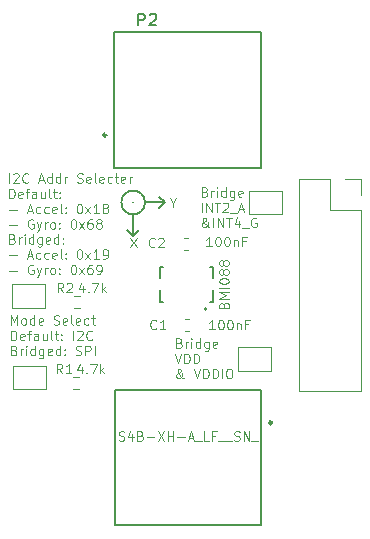
<source format=gbr>
%TF.GenerationSoftware,KiCad,Pcbnew,7.0.9*%
%TF.CreationDate,2024-01-29T17:54:31+11:00*%
%TF.ProjectId,BMI088_IMU_PCB,424d4930-3838-45f4-994d-555f5043422e,rev?*%
%TF.SameCoordinates,Original*%
%TF.FileFunction,Legend,Top*%
%TF.FilePolarity,Positive*%
%FSLAX46Y46*%
G04 Gerber Fmt 4.6, Leading zero omitted, Abs format (unit mm)*
G04 Created by KiCad (PCBNEW 7.0.9) date 2024-01-29 17:54:31*
%MOMM*%
%LPD*%
G01*
G04 APERTURE LIST*
%ADD10C,0.150000*%
%ADD11C,0.100000*%
%ADD12C,0.127000*%
%ADD13C,0.254000*%
%ADD14C,0.200000*%
%ADD15C,0.120000*%
G04 APERTURE END LIST*
D10*
X63310000Y-51900000D02*
X63810000Y-51400000D01*
X64310000Y-49100000D02*
G75*
G03*
X64310000Y-49100000I-1000000J0D01*
G01*
X64310000Y-49100000D02*
X66010000Y-49100000D01*
X66010000Y-49100000D02*
X65510000Y-49600000D01*
X63310001Y-49100000D02*
G75*
G03*
X63310001Y-49100000I-1J0D01*
G01*
X65510000Y-48600000D02*
X66010000Y-49100000D01*
X63310000Y-50100000D02*
X63310000Y-51800000D01*
X63310000Y-51900000D02*
X62810000Y-51400000D01*
D11*
X63080074Y-52096895D02*
X63613408Y-52896895D01*
X63613408Y-52096895D02*
X63080074Y-52896895D01*
X67222931Y-60991847D02*
X67337217Y-61029942D01*
X67337217Y-61029942D02*
X67375312Y-61068038D01*
X67375312Y-61068038D02*
X67413408Y-61144228D01*
X67413408Y-61144228D02*
X67413408Y-61258514D01*
X67413408Y-61258514D02*
X67375312Y-61334704D01*
X67375312Y-61334704D02*
X67337217Y-61372800D01*
X67337217Y-61372800D02*
X67261027Y-61410895D01*
X67261027Y-61410895D02*
X66956265Y-61410895D01*
X66956265Y-61410895D02*
X66956265Y-60610895D01*
X66956265Y-60610895D02*
X67222931Y-60610895D01*
X67222931Y-60610895D02*
X67299122Y-60648990D01*
X67299122Y-60648990D02*
X67337217Y-60687085D01*
X67337217Y-60687085D02*
X67375312Y-60763276D01*
X67375312Y-60763276D02*
X67375312Y-60839466D01*
X67375312Y-60839466D02*
X67337217Y-60915657D01*
X67337217Y-60915657D02*
X67299122Y-60953752D01*
X67299122Y-60953752D02*
X67222931Y-60991847D01*
X67222931Y-60991847D02*
X66956265Y-60991847D01*
X67756265Y-61410895D02*
X67756265Y-60877561D01*
X67756265Y-61029942D02*
X67794360Y-60953752D01*
X67794360Y-60953752D02*
X67832455Y-60915657D01*
X67832455Y-60915657D02*
X67908646Y-60877561D01*
X67908646Y-60877561D02*
X67984836Y-60877561D01*
X68251503Y-61410895D02*
X68251503Y-60877561D01*
X68251503Y-60610895D02*
X68213407Y-60648990D01*
X68213407Y-60648990D02*
X68251503Y-60687085D01*
X68251503Y-60687085D02*
X68289598Y-60648990D01*
X68289598Y-60648990D02*
X68251503Y-60610895D01*
X68251503Y-60610895D02*
X68251503Y-60687085D01*
X68975312Y-61410895D02*
X68975312Y-60610895D01*
X68975312Y-61372800D02*
X68899121Y-61410895D01*
X68899121Y-61410895D02*
X68746740Y-61410895D01*
X68746740Y-61410895D02*
X68670550Y-61372800D01*
X68670550Y-61372800D02*
X68632455Y-61334704D01*
X68632455Y-61334704D02*
X68594359Y-61258514D01*
X68594359Y-61258514D02*
X68594359Y-61029942D01*
X68594359Y-61029942D02*
X68632455Y-60953752D01*
X68632455Y-60953752D02*
X68670550Y-60915657D01*
X68670550Y-60915657D02*
X68746740Y-60877561D01*
X68746740Y-60877561D02*
X68899121Y-60877561D01*
X68899121Y-60877561D02*
X68975312Y-60915657D01*
X69699122Y-60877561D02*
X69699122Y-61525180D01*
X69699122Y-61525180D02*
X69661027Y-61601371D01*
X69661027Y-61601371D02*
X69622931Y-61639466D01*
X69622931Y-61639466D02*
X69546741Y-61677561D01*
X69546741Y-61677561D02*
X69432455Y-61677561D01*
X69432455Y-61677561D02*
X69356265Y-61639466D01*
X69699122Y-61372800D02*
X69622931Y-61410895D01*
X69622931Y-61410895D02*
X69470550Y-61410895D01*
X69470550Y-61410895D02*
X69394360Y-61372800D01*
X69394360Y-61372800D02*
X69356265Y-61334704D01*
X69356265Y-61334704D02*
X69318169Y-61258514D01*
X69318169Y-61258514D02*
X69318169Y-61029942D01*
X69318169Y-61029942D02*
X69356265Y-60953752D01*
X69356265Y-60953752D02*
X69394360Y-60915657D01*
X69394360Y-60915657D02*
X69470550Y-60877561D01*
X69470550Y-60877561D02*
X69622931Y-60877561D01*
X69622931Y-60877561D02*
X69699122Y-60915657D01*
X70384837Y-61372800D02*
X70308646Y-61410895D01*
X70308646Y-61410895D02*
X70156265Y-61410895D01*
X70156265Y-61410895D02*
X70080075Y-61372800D01*
X70080075Y-61372800D02*
X70041979Y-61296609D01*
X70041979Y-61296609D02*
X70041979Y-60991847D01*
X70041979Y-60991847D02*
X70080075Y-60915657D01*
X70080075Y-60915657D02*
X70156265Y-60877561D01*
X70156265Y-60877561D02*
X70308646Y-60877561D01*
X70308646Y-60877561D02*
X70384837Y-60915657D01*
X70384837Y-60915657D02*
X70422932Y-60991847D01*
X70422932Y-60991847D02*
X70422932Y-61068038D01*
X70422932Y-61068038D02*
X70041979Y-61144228D01*
X66841979Y-61898895D02*
X67108646Y-62698895D01*
X67108646Y-62698895D02*
X67375312Y-61898895D01*
X67641979Y-62698895D02*
X67641979Y-61898895D01*
X67641979Y-61898895D02*
X67832455Y-61898895D01*
X67832455Y-61898895D02*
X67946741Y-61936990D01*
X67946741Y-61936990D02*
X68022931Y-62013180D01*
X68022931Y-62013180D02*
X68061026Y-62089371D01*
X68061026Y-62089371D02*
X68099122Y-62241752D01*
X68099122Y-62241752D02*
X68099122Y-62356038D01*
X68099122Y-62356038D02*
X68061026Y-62508419D01*
X68061026Y-62508419D02*
X68022931Y-62584609D01*
X68022931Y-62584609D02*
X67946741Y-62660800D01*
X67946741Y-62660800D02*
X67832455Y-62698895D01*
X67832455Y-62698895D02*
X67641979Y-62698895D01*
X68441979Y-62698895D02*
X68441979Y-61898895D01*
X68441979Y-61898895D02*
X68632455Y-61898895D01*
X68632455Y-61898895D02*
X68746741Y-61936990D01*
X68746741Y-61936990D02*
X68822931Y-62013180D01*
X68822931Y-62013180D02*
X68861026Y-62089371D01*
X68861026Y-62089371D02*
X68899122Y-62241752D01*
X68899122Y-62241752D02*
X68899122Y-62356038D01*
X68899122Y-62356038D02*
X68861026Y-62508419D01*
X68861026Y-62508419D02*
X68822931Y-62584609D01*
X68822931Y-62584609D02*
X68746741Y-62660800D01*
X68746741Y-62660800D02*
X68632455Y-62698895D01*
X68632455Y-62698895D02*
X68441979Y-62698895D01*
X67603884Y-63986895D02*
X67565789Y-63986895D01*
X67565789Y-63986895D02*
X67489598Y-63948800D01*
X67489598Y-63948800D02*
X67375312Y-63834514D01*
X67375312Y-63834514D02*
X67184836Y-63605942D01*
X67184836Y-63605942D02*
X67108646Y-63491657D01*
X67108646Y-63491657D02*
X67070550Y-63377371D01*
X67070550Y-63377371D02*
X67070550Y-63301180D01*
X67070550Y-63301180D02*
X67108646Y-63224990D01*
X67108646Y-63224990D02*
X67184836Y-63186895D01*
X67184836Y-63186895D02*
X67222931Y-63186895D01*
X67222931Y-63186895D02*
X67299122Y-63224990D01*
X67299122Y-63224990D02*
X67337217Y-63301180D01*
X67337217Y-63301180D02*
X67337217Y-63339276D01*
X67337217Y-63339276D02*
X67299122Y-63415466D01*
X67299122Y-63415466D02*
X67261027Y-63453561D01*
X67261027Y-63453561D02*
X67032455Y-63605942D01*
X67032455Y-63605942D02*
X66994360Y-63644038D01*
X66994360Y-63644038D02*
X66956265Y-63720228D01*
X66956265Y-63720228D02*
X66956265Y-63834514D01*
X66956265Y-63834514D02*
X66994360Y-63910704D01*
X66994360Y-63910704D02*
X67032455Y-63948800D01*
X67032455Y-63948800D02*
X67108646Y-63986895D01*
X67108646Y-63986895D02*
X67222931Y-63986895D01*
X67222931Y-63986895D02*
X67299122Y-63948800D01*
X67299122Y-63948800D02*
X67337217Y-63910704D01*
X67337217Y-63910704D02*
X67451503Y-63758323D01*
X67451503Y-63758323D02*
X67489598Y-63644038D01*
X67489598Y-63644038D02*
X67489598Y-63567847D01*
X68441979Y-63186895D02*
X68708646Y-63986895D01*
X68708646Y-63986895D02*
X68975312Y-63186895D01*
X69241979Y-63986895D02*
X69241979Y-63186895D01*
X69241979Y-63186895D02*
X69432455Y-63186895D01*
X69432455Y-63186895D02*
X69546741Y-63224990D01*
X69546741Y-63224990D02*
X69622931Y-63301180D01*
X69622931Y-63301180D02*
X69661026Y-63377371D01*
X69661026Y-63377371D02*
X69699122Y-63529752D01*
X69699122Y-63529752D02*
X69699122Y-63644038D01*
X69699122Y-63644038D02*
X69661026Y-63796419D01*
X69661026Y-63796419D02*
X69622931Y-63872609D01*
X69622931Y-63872609D02*
X69546741Y-63948800D01*
X69546741Y-63948800D02*
X69432455Y-63986895D01*
X69432455Y-63986895D02*
X69241979Y-63986895D01*
X70041979Y-63986895D02*
X70041979Y-63186895D01*
X70041979Y-63186895D02*
X70232455Y-63186895D01*
X70232455Y-63186895D02*
X70346741Y-63224990D01*
X70346741Y-63224990D02*
X70422931Y-63301180D01*
X70422931Y-63301180D02*
X70461026Y-63377371D01*
X70461026Y-63377371D02*
X70499122Y-63529752D01*
X70499122Y-63529752D02*
X70499122Y-63644038D01*
X70499122Y-63644038D02*
X70461026Y-63796419D01*
X70461026Y-63796419D02*
X70422931Y-63872609D01*
X70422931Y-63872609D02*
X70346741Y-63948800D01*
X70346741Y-63948800D02*
X70232455Y-63986895D01*
X70232455Y-63986895D02*
X70041979Y-63986895D01*
X70841979Y-63986895D02*
X70841979Y-63186895D01*
X71375312Y-63186895D02*
X71527693Y-63186895D01*
X71527693Y-63186895D02*
X71603883Y-63224990D01*
X71603883Y-63224990D02*
X71680074Y-63301180D01*
X71680074Y-63301180D02*
X71718169Y-63453561D01*
X71718169Y-63453561D02*
X71718169Y-63720228D01*
X71718169Y-63720228D02*
X71680074Y-63872609D01*
X71680074Y-63872609D02*
X71603883Y-63948800D01*
X71603883Y-63948800D02*
X71527693Y-63986895D01*
X71527693Y-63986895D02*
X71375312Y-63986895D01*
X71375312Y-63986895D02*
X71299121Y-63948800D01*
X71299121Y-63948800D02*
X71222931Y-63872609D01*
X71222931Y-63872609D02*
X71184835Y-63720228D01*
X71184835Y-63720228D02*
X71184835Y-63453561D01*
X71184835Y-63453561D02*
X71222931Y-63301180D01*
X71222931Y-63301180D02*
X71299121Y-63224990D01*
X71299121Y-63224990D02*
X71375312Y-63186895D01*
X69382931Y-48201847D02*
X69497217Y-48239942D01*
X69497217Y-48239942D02*
X69535312Y-48278038D01*
X69535312Y-48278038D02*
X69573408Y-48354228D01*
X69573408Y-48354228D02*
X69573408Y-48468514D01*
X69573408Y-48468514D02*
X69535312Y-48544704D01*
X69535312Y-48544704D02*
X69497217Y-48582800D01*
X69497217Y-48582800D02*
X69421027Y-48620895D01*
X69421027Y-48620895D02*
X69116265Y-48620895D01*
X69116265Y-48620895D02*
X69116265Y-47820895D01*
X69116265Y-47820895D02*
X69382931Y-47820895D01*
X69382931Y-47820895D02*
X69459122Y-47858990D01*
X69459122Y-47858990D02*
X69497217Y-47897085D01*
X69497217Y-47897085D02*
X69535312Y-47973276D01*
X69535312Y-47973276D02*
X69535312Y-48049466D01*
X69535312Y-48049466D02*
X69497217Y-48125657D01*
X69497217Y-48125657D02*
X69459122Y-48163752D01*
X69459122Y-48163752D02*
X69382931Y-48201847D01*
X69382931Y-48201847D02*
X69116265Y-48201847D01*
X69916265Y-48620895D02*
X69916265Y-48087561D01*
X69916265Y-48239942D02*
X69954360Y-48163752D01*
X69954360Y-48163752D02*
X69992455Y-48125657D01*
X69992455Y-48125657D02*
X70068646Y-48087561D01*
X70068646Y-48087561D02*
X70144836Y-48087561D01*
X70411503Y-48620895D02*
X70411503Y-48087561D01*
X70411503Y-47820895D02*
X70373407Y-47858990D01*
X70373407Y-47858990D02*
X70411503Y-47897085D01*
X70411503Y-47897085D02*
X70449598Y-47858990D01*
X70449598Y-47858990D02*
X70411503Y-47820895D01*
X70411503Y-47820895D02*
X70411503Y-47897085D01*
X71135312Y-48620895D02*
X71135312Y-47820895D01*
X71135312Y-48582800D02*
X71059121Y-48620895D01*
X71059121Y-48620895D02*
X70906740Y-48620895D01*
X70906740Y-48620895D02*
X70830550Y-48582800D01*
X70830550Y-48582800D02*
X70792455Y-48544704D01*
X70792455Y-48544704D02*
X70754359Y-48468514D01*
X70754359Y-48468514D02*
X70754359Y-48239942D01*
X70754359Y-48239942D02*
X70792455Y-48163752D01*
X70792455Y-48163752D02*
X70830550Y-48125657D01*
X70830550Y-48125657D02*
X70906740Y-48087561D01*
X70906740Y-48087561D02*
X71059121Y-48087561D01*
X71059121Y-48087561D02*
X71135312Y-48125657D01*
X71859122Y-48087561D02*
X71859122Y-48735180D01*
X71859122Y-48735180D02*
X71821027Y-48811371D01*
X71821027Y-48811371D02*
X71782931Y-48849466D01*
X71782931Y-48849466D02*
X71706741Y-48887561D01*
X71706741Y-48887561D02*
X71592455Y-48887561D01*
X71592455Y-48887561D02*
X71516265Y-48849466D01*
X71859122Y-48582800D02*
X71782931Y-48620895D01*
X71782931Y-48620895D02*
X71630550Y-48620895D01*
X71630550Y-48620895D02*
X71554360Y-48582800D01*
X71554360Y-48582800D02*
X71516265Y-48544704D01*
X71516265Y-48544704D02*
X71478169Y-48468514D01*
X71478169Y-48468514D02*
X71478169Y-48239942D01*
X71478169Y-48239942D02*
X71516265Y-48163752D01*
X71516265Y-48163752D02*
X71554360Y-48125657D01*
X71554360Y-48125657D02*
X71630550Y-48087561D01*
X71630550Y-48087561D02*
X71782931Y-48087561D01*
X71782931Y-48087561D02*
X71859122Y-48125657D01*
X72544837Y-48582800D02*
X72468646Y-48620895D01*
X72468646Y-48620895D02*
X72316265Y-48620895D01*
X72316265Y-48620895D02*
X72240075Y-48582800D01*
X72240075Y-48582800D02*
X72201979Y-48506609D01*
X72201979Y-48506609D02*
X72201979Y-48201847D01*
X72201979Y-48201847D02*
X72240075Y-48125657D01*
X72240075Y-48125657D02*
X72316265Y-48087561D01*
X72316265Y-48087561D02*
X72468646Y-48087561D01*
X72468646Y-48087561D02*
X72544837Y-48125657D01*
X72544837Y-48125657D02*
X72582932Y-48201847D01*
X72582932Y-48201847D02*
X72582932Y-48278038D01*
X72582932Y-48278038D02*
X72201979Y-48354228D01*
X69116265Y-49908895D02*
X69116265Y-49108895D01*
X69497217Y-49908895D02*
X69497217Y-49108895D01*
X69497217Y-49108895D02*
X69954360Y-49908895D01*
X69954360Y-49908895D02*
X69954360Y-49108895D01*
X70221026Y-49108895D02*
X70678169Y-49108895D01*
X70449597Y-49908895D02*
X70449597Y-49108895D01*
X70906740Y-49185085D02*
X70944836Y-49146990D01*
X70944836Y-49146990D02*
X71021026Y-49108895D01*
X71021026Y-49108895D02*
X71211502Y-49108895D01*
X71211502Y-49108895D02*
X71287693Y-49146990D01*
X71287693Y-49146990D02*
X71325788Y-49185085D01*
X71325788Y-49185085D02*
X71363883Y-49261276D01*
X71363883Y-49261276D02*
X71363883Y-49337466D01*
X71363883Y-49337466D02*
X71325788Y-49451752D01*
X71325788Y-49451752D02*
X70868645Y-49908895D01*
X70868645Y-49908895D02*
X71363883Y-49908895D01*
X71516265Y-49985085D02*
X72125788Y-49985085D01*
X72278169Y-49680323D02*
X72659122Y-49680323D01*
X72201979Y-49908895D02*
X72468646Y-49108895D01*
X72468646Y-49108895D02*
X72735312Y-49908895D01*
X69763884Y-51196895D02*
X69725789Y-51196895D01*
X69725789Y-51196895D02*
X69649598Y-51158800D01*
X69649598Y-51158800D02*
X69535312Y-51044514D01*
X69535312Y-51044514D02*
X69344836Y-50815942D01*
X69344836Y-50815942D02*
X69268646Y-50701657D01*
X69268646Y-50701657D02*
X69230550Y-50587371D01*
X69230550Y-50587371D02*
X69230550Y-50511180D01*
X69230550Y-50511180D02*
X69268646Y-50434990D01*
X69268646Y-50434990D02*
X69344836Y-50396895D01*
X69344836Y-50396895D02*
X69382931Y-50396895D01*
X69382931Y-50396895D02*
X69459122Y-50434990D01*
X69459122Y-50434990D02*
X69497217Y-50511180D01*
X69497217Y-50511180D02*
X69497217Y-50549276D01*
X69497217Y-50549276D02*
X69459122Y-50625466D01*
X69459122Y-50625466D02*
X69421027Y-50663561D01*
X69421027Y-50663561D02*
X69192455Y-50815942D01*
X69192455Y-50815942D02*
X69154360Y-50854038D01*
X69154360Y-50854038D02*
X69116265Y-50930228D01*
X69116265Y-50930228D02*
X69116265Y-51044514D01*
X69116265Y-51044514D02*
X69154360Y-51120704D01*
X69154360Y-51120704D02*
X69192455Y-51158800D01*
X69192455Y-51158800D02*
X69268646Y-51196895D01*
X69268646Y-51196895D02*
X69382931Y-51196895D01*
X69382931Y-51196895D02*
X69459122Y-51158800D01*
X69459122Y-51158800D02*
X69497217Y-51120704D01*
X69497217Y-51120704D02*
X69611503Y-50968323D01*
X69611503Y-50968323D02*
X69649598Y-50854038D01*
X69649598Y-50854038D02*
X69649598Y-50777847D01*
X70106741Y-51196895D02*
X70106741Y-50396895D01*
X70487693Y-51196895D02*
X70487693Y-50396895D01*
X70487693Y-50396895D02*
X70944836Y-51196895D01*
X70944836Y-51196895D02*
X70944836Y-50396895D01*
X71211502Y-50396895D02*
X71668645Y-50396895D01*
X71440073Y-51196895D02*
X71440073Y-50396895D01*
X72278169Y-50663561D02*
X72278169Y-51196895D01*
X72087693Y-50358800D02*
X71897216Y-50930228D01*
X71897216Y-50930228D02*
X72392455Y-50930228D01*
X72506741Y-51273085D02*
X73116264Y-51273085D01*
X73725788Y-50434990D02*
X73649598Y-50396895D01*
X73649598Y-50396895D02*
X73535312Y-50396895D01*
X73535312Y-50396895D02*
X73421026Y-50434990D01*
X73421026Y-50434990D02*
X73344836Y-50511180D01*
X73344836Y-50511180D02*
X73306741Y-50587371D01*
X73306741Y-50587371D02*
X73268645Y-50739752D01*
X73268645Y-50739752D02*
X73268645Y-50854038D01*
X73268645Y-50854038D02*
X73306741Y-51006419D01*
X73306741Y-51006419D02*
X73344836Y-51082609D01*
X73344836Y-51082609D02*
X73421026Y-51158800D01*
X73421026Y-51158800D02*
X73535312Y-51196895D01*
X73535312Y-51196895D02*
X73611503Y-51196895D01*
X73611503Y-51196895D02*
X73725788Y-51158800D01*
X73725788Y-51158800D02*
X73763884Y-51120704D01*
X73763884Y-51120704D02*
X73763884Y-50854038D01*
X73763884Y-50854038D02*
X73611503Y-50854038D01*
X52836265Y-47438895D02*
X52836265Y-46638895D01*
X53179121Y-46715085D02*
X53217217Y-46676990D01*
X53217217Y-46676990D02*
X53293407Y-46638895D01*
X53293407Y-46638895D02*
X53483883Y-46638895D01*
X53483883Y-46638895D02*
X53560074Y-46676990D01*
X53560074Y-46676990D02*
X53598169Y-46715085D01*
X53598169Y-46715085D02*
X53636264Y-46791276D01*
X53636264Y-46791276D02*
X53636264Y-46867466D01*
X53636264Y-46867466D02*
X53598169Y-46981752D01*
X53598169Y-46981752D02*
X53141026Y-47438895D01*
X53141026Y-47438895D02*
X53636264Y-47438895D01*
X54436265Y-47362704D02*
X54398169Y-47400800D01*
X54398169Y-47400800D02*
X54283884Y-47438895D01*
X54283884Y-47438895D02*
X54207693Y-47438895D01*
X54207693Y-47438895D02*
X54093407Y-47400800D01*
X54093407Y-47400800D02*
X54017217Y-47324609D01*
X54017217Y-47324609D02*
X53979122Y-47248419D01*
X53979122Y-47248419D02*
X53941026Y-47096038D01*
X53941026Y-47096038D02*
X53941026Y-46981752D01*
X53941026Y-46981752D02*
X53979122Y-46829371D01*
X53979122Y-46829371D02*
X54017217Y-46753180D01*
X54017217Y-46753180D02*
X54093407Y-46676990D01*
X54093407Y-46676990D02*
X54207693Y-46638895D01*
X54207693Y-46638895D02*
X54283884Y-46638895D01*
X54283884Y-46638895D02*
X54398169Y-46676990D01*
X54398169Y-46676990D02*
X54436265Y-46715085D01*
X55350550Y-47210323D02*
X55731503Y-47210323D01*
X55274360Y-47438895D02*
X55541027Y-46638895D01*
X55541027Y-46638895D02*
X55807693Y-47438895D01*
X56417217Y-47438895D02*
X56417217Y-46638895D01*
X56417217Y-47400800D02*
X56341026Y-47438895D01*
X56341026Y-47438895D02*
X56188645Y-47438895D01*
X56188645Y-47438895D02*
X56112455Y-47400800D01*
X56112455Y-47400800D02*
X56074360Y-47362704D01*
X56074360Y-47362704D02*
X56036264Y-47286514D01*
X56036264Y-47286514D02*
X56036264Y-47057942D01*
X56036264Y-47057942D02*
X56074360Y-46981752D01*
X56074360Y-46981752D02*
X56112455Y-46943657D01*
X56112455Y-46943657D02*
X56188645Y-46905561D01*
X56188645Y-46905561D02*
X56341026Y-46905561D01*
X56341026Y-46905561D02*
X56417217Y-46943657D01*
X57141027Y-47438895D02*
X57141027Y-46638895D01*
X57141027Y-47400800D02*
X57064836Y-47438895D01*
X57064836Y-47438895D02*
X56912455Y-47438895D01*
X56912455Y-47438895D02*
X56836265Y-47400800D01*
X56836265Y-47400800D02*
X56798170Y-47362704D01*
X56798170Y-47362704D02*
X56760074Y-47286514D01*
X56760074Y-47286514D02*
X56760074Y-47057942D01*
X56760074Y-47057942D02*
X56798170Y-46981752D01*
X56798170Y-46981752D02*
X56836265Y-46943657D01*
X56836265Y-46943657D02*
X56912455Y-46905561D01*
X56912455Y-46905561D02*
X57064836Y-46905561D01*
X57064836Y-46905561D02*
X57141027Y-46943657D01*
X57521980Y-47438895D02*
X57521980Y-46905561D01*
X57521980Y-47057942D02*
X57560075Y-46981752D01*
X57560075Y-46981752D02*
X57598170Y-46943657D01*
X57598170Y-46943657D02*
X57674361Y-46905561D01*
X57674361Y-46905561D02*
X57750551Y-46905561D01*
X58588646Y-47400800D02*
X58702932Y-47438895D01*
X58702932Y-47438895D02*
X58893408Y-47438895D01*
X58893408Y-47438895D02*
X58969599Y-47400800D01*
X58969599Y-47400800D02*
X59007694Y-47362704D01*
X59007694Y-47362704D02*
X59045789Y-47286514D01*
X59045789Y-47286514D02*
X59045789Y-47210323D01*
X59045789Y-47210323D02*
X59007694Y-47134133D01*
X59007694Y-47134133D02*
X58969599Y-47096038D01*
X58969599Y-47096038D02*
X58893408Y-47057942D01*
X58893408Y-47057942D02*
X58741027Y-47019847D01*
X58741027Y-47019847D02*
X58664837Y-46981752D01*
X58664837Y-46981752D02*
X58626742Y-46943657D01*
X58626742Y-46943657D02*
X58588646Y-46867466D01*
X58588646Y-46867466D02*
X58588646Y-46791276D01*
X58588646Y-46791276D02*
X58626742Y-46715085D01*
X58626742Y-46715085D02*
X58664837Y-46676990D01*
X58664837Y-46676990D02*
X58741027Y-46638895D01*
X58741027Y-46638895D02*
X58931504Y-46638895D01*
X58931504Y-46638895D02*
X59045789Y-46676990D01*
X59693409Y-47400800D02*
X59617218Y-47438895D01*
X59617218Y-47438895D02*
X59464837Y-47438895D01*
X59464837Y-47438895D02*
X59388647Y-47400800D01*
X59388647Y-47400800D02*
X59350551Y-47324609D01*
X59350551Y-47324609D02*
X59350551Y-47019847D01*
X59350551Y-47019847D02*
X59388647Y-46943657D01*
X59388647Y-46943657D02*
X59464837Y-46905561D01*
X59464837Y-46905561D02*
X59617218Y-46905561D01*
X59617218Y-46905561D02*
X59693409Y-46943657D01*
X59693409Y-46943657D02*
X59731504Y-47019847D01*
X59731504Y-47019847D02*
X59731504Y-47096038D01*
X59731504Y-47096038D02*
X59350551Y-47172228D01*
X60188646Y-47438895D02*
X60112456Y-47400800D01*
X60112456Y-47400800D02*
X60074361Y-47324609D01*
X60074361Y-47324609D02*
X60074361Y-46638895D01*
X60798171Y-47400800D02*
X60721980Y-47438895D01*
X60721980Y-47438895D02*
X60569599Y-47438895D01*
X60569599Y-47438895D02*
X60493409Y-47400800D01*
X60493409Y-47400800D02*
X60455313Y-47324609D01*
X60455313Y-47324609D02*
X60455313Y-47019847D01*
X60455313Y-47019847D02*
X60493409Y-46943657D01*
X60493409Y-46943657D02*
X60569599Y-46905561D01*
X60569599Y-46905561D02*
X60721980Y-46905561D01*
X60721980Y-46905561D02*
X60798171Y-46943657D01*
X60798171Y-46943657D02*
X60836266Y-47019847D01*
X60836266Y-47019847D02*
X60836266Y-47096038D01*
X60836266Y-47096038D02*
X60455313Y-47172228D01*
X61521980Y-47400800D02*
X61445789Y-47438895D01*
X61445789Y-47438895D02*
X61293408Y-47438895D01*
X61293408Y-47438895D02*
X61217218Y-47400800D01*
X61217218Y-47400800D02*
X61179123Y-47362704D01*
X61179123Y-47362704D02*
X61141027Y-47286514D01*
X61141027Y-47286514D02*
X61141027Y-47057942D01*
X61141027Y-47057942D02*
X61179123Y-46981752D01*
X61179123Y-46981752D02*
X61217218Y-46943657D01*
X61217218Y-46943657D02*
X61293408Y-46905561D01*
X61293408Y-46905561D02*
X61445789Y-46905561D01*
X61445789Y-46905561D02*
X61521980Y-46943657D01*
X61750551Y-46905561D02*
X62055313Y-46905561D01*
X61864837Y-46638895D02*
X61864837Y-47324609D01*
X61864837Y-47324609D02*
X61902932Y-47400800D01*
X61902932Y-47400800D02*
X61979122Y-47438895D01*
X61979122Y-47438895D02*
X62055313Y-47438895D01*
X62626742Y-47400800D02*
X62550551Y-47438895D01*
X62550551Y-47438895D02*
X62398170Y-47438895D01*
X62398170Y-47438895D02*
X62321980Y-47400800D01*
X62321980Y-47400800D02*
X62283884Y-47324609D01*
X62283884Y-47324609D02*
X62283884Y-47019847D01*
X62283884Y-47019847D02*
X62321980Y-46943657D01*
X62321980Y-46943657D02*
X62398170Y-46905561D01*
X62398170Y-46905561D02*
X62550551Y-46905561D01*
X62550551Y-46905561D02*
X62626742Y-46943657D01*
X62626742Y-46943657D02*
X62664837Y-47019847D01*
X62664837Y-47019847D02*
X62664837Y-47096038D01*
X62664837Y-47096038D02*
X62283884Y-47172228D01*
X63007694Y-47438895D02*
X63007694Y-46905561D01*
X63007694Y-47057942D02*
X63045789Y-46981752D01*
X63045789Y-46981752D02*
X63083884Y-46943657D01*
X63083884Y-46943657D02*
X63160075Y-46905561D01*
X63160075Y-46905561D02*
X63236265Y-46905561D01*
X52836265Y-48726895D02*
X52836265Y-47926895D01*
X52836265Y-47926895D02*
X53026741Y-47926895D01*
X53026741Y-47926895D02*
X53141027Y-47964990D01*
X53141027Y-47964990D02*
X53217217Y-48041180D01*
X53217217Y-48041180D02*
X53255312Y-48117371D01*
X53255312Y-48117371D02*
X53293408Y-48269752D01*
X53293408Y-48269752D02*
X53293408Y-48384038D01*
X53293408Y-48384038D02*
X53255312Y-48536419D01*
X53255312Y-48536419D02*
X53217217Y-48612609D01*
X53217217Y-48612609D02*
X53141027Y-48688800D01*
X53141027Y-48688800D02*
X53026741Y-48726895D01*
X53026741Y-48726895D02*
X52836265Y-48726895D01*
X53941027Y-48688800D02*
X53864836Y-48726895D01*
X53864836Y-48726895D02*
X53712455Y-48726895D01*
X53712455Y-48726895D02*
X53636265Y-48688800D01*
X53636265Y-48688800D02*
X53598169Y-48612609D01*
X53598169Y-48612609D02*
X53598169Y-48307847D01*
X53598169Y-48307847D02*
X53636265Y-48231657D01*
X53636265Y-48231657D02*
X53712455Y-48193561D01*
X53712455Y-48193561D02*
X53864836Y-48193561D01*
X53864836Y-48193561D02*
X53941027Y-48231657D01*
X53941027Y-48231657D02*
X53979122Y-48307847D01*
X53979122Y-48307847D02*
X53979122Y-48384038D01*
X53979122Y-48384038D02*
X53598169Y-48460228D01*
X54207693Y-48193561D02*
X54512455Y-48193561D01*
X54321979Y-48726895D02*
X54321979Y-48041180D01*
X54321979Y-48041180D02*
X54360074Y-47964990D01*
X54360074Y-47964990D02*
X54436264Y-47926895D01*
X54436264Y-47926895D02*
X54512455Y-47926895D01*
X55121979Y-48726895D02*
X55121979Y-48307847D01*
X55121979Y-48307847D02*
X55083884Y-48231657D01*
X55083884Y-48231657D02*
X55007693Y-48193561D01*
X55007693Y-48193561D02*
X54855312Y-48193561D01*
X54855312Y-48193561D02*
X54779122Y-48231657D01*
X55121979Y-48688800D02*
X55045788Y-48726895D01*
X55045788Y-48726895D02*
X54855312Y-48726895D01*
X54855312Y-48726895D02*
X54779122Y-48688800D01*
X54779122Y-48688800D02*
X54741026Y-48612609D01*
X54741026Y-48612609D02*
X54741026Y-48536419D01*
X54741026Y-48536419D02*
X54779122Y-48460228D01*
X54779122Y-48460228D02*
X54855312Y-48422133D01*
X54855312Y-48422133D02*
X55045788Y-48422133D01*
X55045788Y-48422133D02*
X55121979Y-48384038D01*
X55845789Y-48193561D02*
X55845789Y-48726895D01*
X55502932Y-48193561D02*
X55502932Y-48612609D01*
X55502932Y-48612609D02*
X55541027Y-48688800D01*
X55541027Y-48688800D02*
X55617217Y-48726895D01*
X55617217Y-48726895D02*
X55731503Y-48726895D01*
X55731503Y-48726895D02*
X55807694Y-48688800D01*
X55807694Y-48688800D02*
X55845789Y-48650704D01*
X56341027Y-48726895D02*
X56264837Y-48688800D01*
X56264837Y-48688800D02*
X56226742Y-48612609D01*
X56226742Y-48612609D02*
X56226742Y-47926895D01*
X56531504Y-48193561D02*
X56836266Y-48193561D01*
X56645790Y-47926895D02*
X56645790Y-48612609D01*
X56645790Y-48612609D02*
X56683885Y-48688800D01*
X56683885Y-48688800D02*
X56760075Y-48726895D01*
X56760075Y-48726895D02*
X56836266Y-48726895D01*
X57102933Y-48650704D02*
X57141028Y-48688800D01*
X57141028Y-48688800D02*
X57102933Y-48726895D01*
X57102933Y-48726895D02*
X57064837Y-48688800D01*
X57064837Y-48688800D02*
X57102933Y-48650704D01*
X57102933Y-48650704D02*
X57102933Y-48726895D01*
X57102933Y-48231657D02*
X57141028Y-48269752D01*
X57141028Y-48269752D02*
X57102933Y-48307847D01*
X57102933Y-48307847D02*
X57064837Y-48269752D01*
X57064837Y-48269752D02*
X57102933Y-48231657D01*
X57102933Y-48231657D02*
X57102933Y-48307847D01*
X52836265Y-49710133D02*
X53445789Y-49710133D01*
X54398169Y-49786323D02*
X54779122Y-49786323D01*
X54321979Y-50014895D02*
X54588646Y-49214895D01*
X54588646Y-49214895D02*
X54855312Y-50014895D01*
X55464836Y-49976800D02*
X55388645Y-50014895D01*
X55388645Y-50014895D02*
X55236264Y-50014895D01*
X55236264Y-50014895D02*
X55160074Y-49976800D01*
X55160074Y-49976800D02*
X55121979Y-49938704D01*
X55121979Y-49938704D02*
X55083883Y-49862514D01*
X55083883Y-49862514D02*
X55083883Y-49633942D01*
X55083883Y-49633942D02*
X55121979Y-49557752D01*
X55121979Y-49557752D02*
X55160074Y-49519657D01*
X55160074Y-49519657D02*
X55236264Y-49481561D01*
X55236264Y-49481561D02*
X55388645Y-49481561D01*
X55388645Y-49481561D02*
X55464836Y-49519657D01*
X56150550Y-49976800D02*
X56074359Y-50014895D01*
X56074359Y-50014895D02*
X55921978Y-50014895D01*
X55921978Y-50014895D02*
X55845788Y-49976800D01*
X55845788Y-49976800D02*
X55807693Y-49938704D01*
X55807693Y-49938704D02*
X55769597Y-49862514D01*
X55769597Y-49862514D02*
X55769597Y-49633942D01*
X55769597Y-49633942D02*
X55807693Y-49557752D01*
X55807693Y-49557752D02*
X55845788Y-49519657D01*
X55845788Y-49519657D02*
X55921978Y-49481561D01*
X55921978Y-49481561D02*
X56074359Y-49481561D01*
X56074359Y-49481561D02*
X56150550Y-49519657D01*
X56798169Y-49976800D02*
X56721978Y-50014895D01*
X56721978Y-50014895D02*
X56569597Y-50014895D01*
X56569597Y-50014895D02*
X56493407Y-49976800D01*
X56493407Y-49976800D02*
X56455311Y-49900609D01*
X56455311Y-49900609D02*
X56455311Y-49595847D01*
X56455311Y-49595847D02*
X56493407Y-49519657D01*
X56493407Y-49519657D02*
X56569597Y-49481561D01*
X56569597Y-49481561D02*
X56721978Y-49481561D01*
X56721978Y-49481561D02*
X56798169Y-49519657D01*
X56798169Y-49519657D02*
X56836264Y-49595847D01*
X56836264Y-49595847D02*
X56836264Y-49672038D01*
X56836264Y-49672038D02*
X56455311Y-49748228D01*
X57293406Y-50014895D02*
X57217216Y-49976800D01*
X57217216Y-49976800D02*
X57179121Y-49900609D01*
X57179121Y-49900609D02*
X57179121Y-49214895D01*
X57598169Y-49938704D02*
X57636264Y-49976800D01*
X57636264Y-49976800D02*
X57598169Y-50014895D01*
X57598169Y-50014895D02*
X57560073Y-49976800D01*
X57560073Y-49976800D02*
X57598169Y-49938704D01*
X57598169Y-49938704D02*
X57598169Y-50014895D01*
X57598169Y-49519657D02*
X57636264Y-49557752D01*
X57636264Y-49557752D02*
X57598169Y-49595847D01*
X57598169Y-49595847D02*
X57560073Y-49557752D01*
X57560073Y-49557752D02*
X57598169Y-49519657D01*
X57598169Y-49519657D02*
X57598169Y-49595847D01*
X58741026Y-49214895D02*
X58817216Y-49214895D01*
X58817216Y-49214895D02*
X58893407Y-49252990D01*
X58893407Y-49252990D02*
X58931502Y-49291085D01*
X58931502Y-49291085D02*
X58969597Y-49367276D01*
X58969597Y-49367276D02*
X59007692Y-49519657D01*
X59007692Y-49519657D02*
X59007692Y-49710133D01*
X59007692Y-49710133D02*
X58969597Y-49862514D01*
X58969597Y-49862514D02*
X58931502Y-49938704D01*
X58931502Y-49938704D02*
X58893407Y-49976800D01*
X58893407Y-49976800D02*
X58817216Y-50014895D01*
X58817216Y-50014895D02*
X58741026Y-50014895D01*
X58741026Y-50014895D02*
X58664835Y-49976800D01*
X58664835Y-49976800D02*
X58626740Y-49938704D01*
X58626740Y-49938704D02*
X58588645Y-49862514D01*
X58588645Y-49862514D02*
X58550549Y-49710133D01*
X58550549Y-49710133D02*
X58550549Y-49519657D01*
X58550549Y-49519657D02*
X58588645Y-49367276D01*
X58588645Y-49367276D02*
X58626740Y-49291085D01*
X58626740Y-49291085D02*
X58664835Y-49252990D01*
X58664835Y-49252990D02*
X58741026Y-49214895D01*
X59274359Y-50014895D02*
X59693407Y-49481561D01*
X59274359Y-49481561D02*
X59693407Y-50014895D01*
X60417216Y-50014895D02*
X59960073Y-50014895D01*
X60188645Y-50014895D02*
X60188645Y-49214895D01*
X60188645Y-49214895D02*
X60112454Y-49329180D01*
X60112454Y-49329180D02*
X60036264Y-49405371D01*
X60036264Y-49405371D02*
X59960073Y-49443466D01*
X60874359Y-49557752D02*
X60798169Y-49519657D01*
X60798169Y-49519657D02*
X60760074Y-49481561D01*
X60760074Y-49481561D02*
X60721978Y-49405371D01*
X60721978Y-49405371D02*
X60721978Y-49367276D01*
X60721978Y-49367276D02*
X60760074Y-49291085D01*
X60760074Y-49291085D02*
X60798169Y-49252990D01*
X60798169Y-49252990D02*
X60874359Y-49214895D01*
X60874359Y-49214895D02*
X61026740Y-49214895D01*
X61026740Y-49214895D02*
X61102931Y-49252990D01*
X61102931Y-49252990D02*
X61141026Y-49291085D01*
X61141026Y-49291085D02*
X61179121Y-49367276D01*
X61179121Y-49367276D02*
X61179121Y-49405371D01*
X61179121Y-49405371D02*
X61141026Y-49481561D01*
X61141026Y-49481561D02*
X61102931Y-49519657D01*
X61102931Y-49519657D02*
X61026740Y-49557752D01*
X61026740Y-49557752D02*
X60874359Y-49557752D01*
X60874359Y-49557752D02*
X60798169Y-49595847D01*
X60798169Y-49595847D02*
X60760074Y-49633942D01*
X60760074Y-49633942D02*
X60721978Y-49710133D01*
X60721978Y-49710133D02*
X60721978Y-49862514D01*
X60721978Y-49862514D02*
X60760074Y-49938704D01*
X60760074Y-49938704D02*
X60798169Y-49976800D01*
X60798169Y-49976800D02*
X60874359Y-50014895D01*
X60874359Y-50014895D02*
X61026740Y-50014895D01*
X61026740Y-50014895D02*
X61102931Y-49976800D01*
X61102931Y-49976800D02*
X61141026Y-49938704D01*
X61141026Y-49938704D02*
X61179121Y-49862514D01*
X61179121Y-49862514D02*
X61179121Y-49710133D01*
X61179121Y-49710133D02*
X61141026Y-49633942D01*
X61141026Y-49633942D02*
X61102931Y-49595847D01*
X61102931Y-49595847D02*
X61026740Y-49557752D01*
X52836265Y-50998133D02*
X53445789Y-50998133D01*
X54855312Y-50540990D02*
X54779122Y-50502895D01*
X54779122Y-50502895D02*
X54664836Y-50502895D01*
X54664836Y-50502895D02*
X54550550Y-50540990D01*
X54550550Y-50540990D02*
X54474360Y-50617180D01*
X54474360Y-50617180D02*
X54436265Y-50693371D01*
X54436265Y-50693371D02*
X54398169Y-50845752D01*
X54398169Y-50845752D02*
X54398169Y-50960038D01*
X54398169Y-50960038D02*
X54436265Y-51112419D01*
X54436265Y-51112419D02*
X54474360Y-51188609D01*
X54474360Y-51188609D02*
X54550550Y-51264800D01*
X54550550Y-51264800D02*
X54664836Y-51302895D01*
X54664836Y-51302895D02*
X54741027Y-51302895D01*
X54741027Y-51302895D02*
X54855312Y-51264800D01*
X54855312Y-51264800D02*
X54893408Y-51226704D01*
X54893408Y-51226704D02*
X54893408Y-50960038D01*
X54893408Y-50960038D02*
X54741027Y-50960038D01*
X55160074Y-50769561D02*
X55350550Y-51302895D01*
X55541027Y-50769561D02*
X55350550Y-51302895D01*
X55350550Y-51302895D02*
X55274360Y-51493371D01*
X55274360Y-51493371D02*
X55236265Y-51531466D01*
X55236265Y-51531466D02*
X55160074Y-51569561D01*
X55845789Y-51302895D02*
X55845789Y-50769561D01*
X55845789Y-50921942D02*
X55883884Y-50845752D01*
X55883884Y-50845752D02*
X55921979Y-50807657D01*
X55921979Y-50807657D02*
X55998170Y-50769561D01*
X55998170Y-50769561D02*
X56074360Y-50769561D01*
X56455312Y-51302895D02*
X56379122Y-51264800D01*
X56379122Y-51264800D02*
X56341027Y-51226704D01*
X56341027Y-51226704D02*
X56302931Y-51150514D01*
X56302931Y-51150514D02*
X56302931Y-50921942D01*
X56302931Y-50921942D02*
X56341027Y-50845752D01*
X56341027Y-50845752D02*
X56379122Y-50807657D01*
X56379122Y-50807657D02*
X56455312Y-50769561D01*
X56455312Y-50769561D02*
X56569598Y-50769561D01*
X56569598Y-50769561D02*
X56645789Y-50807657D01*
X56645789Y-50807657D02*
X56683884Y-50845752D01*
X56683884Y-50845752D02*
X56721979Y-50921942D01*
X56721979Y-50921942D02*
X56721979Y-51150514D01*
X56721979Y-51150514D02*
X56683884Y-51226704D01*
X56683884Y-51226704D02*
X56645789Y-51264800D01*
X56645789Y-51264800D02*
X56569598Y-51302895D01*
X56569598Y-51302895D02*
X56455312Y-51302895D01*
X57064837Y-51226704D02*
X57102932Y-51264800D01*
X57102932Y-51264800D02*
X57064837Y-51302895D01*
X57064837Y-51302895D02*
X57026741Y-51264800D01*
X57026741Y-51264800D02*
X57064837Y-51226704D01*
X57064837Y-51226704D02*
X57064837Y-51302895D01*
X57064837Y-50807657D02*
X57102932Y-50845752D01*
X57102932Y-50845752D02*
X57064837Y-50883847D01*
X57064837Y-50883847D02*
X57026741Y-50845752D01*
X57026741Y-50845752D02*
X57064837Y-50807657D01*
X57064837Y-50807657D02*
X57064837Y-50883847D01*
X58207694Y-50502895D02*
X58283884Y-50502895D01*
X58283884Y-50502895D02*
X58360075Y-50540990D01*
X58360075Y-50540990D02*
X58398170Y-50579085D01*
X58398170Y-50579085D02*
X58436265Y-50655276D01*
X58436265Y-50655276D02*
X58474360Y-50807657D01*
X58474360Y-50807657D02*
X58474360Y-50998133D01*
X58474360Y-50998133D02*
X58436265Y-51150514D01*
X58436265Y-51150514D02*
X58398170Y-51226704D01*
X58398170Y-51226704D02*
X58360075Y-51264800D01*
X58360075Y-51264800D02*
X58283884Y-51302895D01*
X58283884Y-51302895D02*
X58207694Y-51302895D01*
X58207694Y-51302895D02*
X58131503Y-51264800D01*
X58131503Y-51264800D02*
X58093408Y-51226704D01*
X58093408Y-51226704D02*
X58055313Y-51150514D01*
X58055313Y-51150514D02*
X58017217Y-50998133D01*
X58017217Y-50998133D02*
X58017217Y-50807657D01*
X58017217Y-50807657D02*
X58055313Y-50655276D01*
X58055313Y-50655276D02*
X58093408Y-50579085D01*
X58093408Y-50579085D02*
X58131503Y-50540990D01*
X58131503Y-50540990D02*
X58207694Y-50502895D01*
X58741027Y-51302895D02*
X59160075Y-50769561D01*
X58741027Y-50769561D02*
X59160075Y-51302895D01*
X59807694Y-50502895D02*
X59655313Y-50502895D01*
X59655313Y-50502895D02*
X59579122Y-50540990D01*
X59579122Y-50540990D02*
X59541027Y-50579085D01*
X59541027Y-50579085D02*
X59464837Y-50693371D01*
X59464837Y-50693371D02*
X59426741Y-50845752D01*
X59426741Y-50845752D02*
X59426741Y-51150514D01*
X59426741Y-51150514D02*
X59464837Y-51226704D01*
X59464837Y-51226704D02*
X59502932Y-51264800D01*
X59502932Y-51264800D02*
X59579122Y-51302895D01*
X59579122Y-51302895D02*
X59731503Y-51302895D01*
X59731503Y-51302895D02*
X59807694Y-51264800D01*
X59807694Y-51264800D02*
X59845789Y-51226704D01*
X59845789Y-51226704D02*
X59883884Y-51150514D01*
X59883884Y-51150514D02*
X59883884Y-50960038D01*
X59883884Y-50960038D02*
X59845789Y-50883847D01*
X59845789Y-50883847D02*
X59807694Y-50845752D01*
X59807694Y-50845752D02*
X59731503Y-50807657D01*
X59731503Y-50807657D02*
X59579122Y-50807657D01*
X59579122Y-50807657D02*
X59502932Y-50845752D01*
X59502932Y-50845752D02*
X59464837Y-50883847D01*
X59464837Y-50883847D02*
X59426741Y-50960038D01*
X60341027Y-50845752D02*
X60264837Y-50807657D01*
X60264837Y-50807657D02*
X60226742Y-50769561D01*
X60226742Y-50769561D02*
X60188646Y-50693371D01*
X60188646Y-50693371D02*
X60188646Y-50655276D01*
X60188646Y-50655276D02*
X60226742Y-50579085D01*
X60226742Y-50579085D02*
X60264837Y-50540990D01*
X60264837Y-50540990D02*
X60341027Y-50502895D01*
X60341027Y-50502895D02*
X60493408Y-50502895D01*
X60493408Y-50502895D02*
X60569599Y-50540990D01*
X60569599Y-50540990D02*
X60607694Y-50579085D01*
X60607694Y-50579085D02*
X60645789Y-50655276D01*
X60645789Y-50655276D02*
X60645789Y-50693371D01*
X60645789Y-50693371D02*
X60607694Y-50769561D01*
X60607694Y-50769561D02*
X60569599Y-50807657D01*
X60569599Y-50807657D02*
X60493408Y-50845752D01*
X60493408Y-50845752D02*
X60341027Y-50845752D01*
X60341027Y-50845752D02*
X60264837Y-50883847D01*
X60264837Y-50883847D02*
X60226742Y-50921942D01*
X60226742Y-50921942D02*
X60188646Y-50998133D01*
X60188646Y-50998133D02*
X60188646Y-51150514D01*
X60188646Y-51150514D02*
X60226742Y-51226704D01*
X60226742Y-51226704D02*
X60264837Y-51264800D01*
X60264837Y-51264800D02*
X60341027Y-51302895D01*
X60341027Y-51302895D02*
X60493408Y-51302895D01*
X60493408Y-51302895D02*
X60569599Y-51264800D01*
X60569599Y-51264800D02*
X60607694Y-51226704D01*
X60607694Y-51226704D02*
X60645789Y-51150514D01*
X60645789Y-51150514D02*
X60645789Y-50998133D01*
X60645789Y-50998133D02*
X60607694Y-50921942D01*
X60607694Y-50921942D02*
X60569599Y-50883847D01*
X60569599Y-50883847D02*
X60493408Y-50845752D01*
X53102931Y-52171847D02*
X53217217Y-52209942D01*
X53217217Y-52209942D02*
X53255312Y-52248038D01*
X53255312Y-52248038D02*
X53293408Y-52324228D01*
X53293408Y-52324228D02*
X53293408Y-52438514D01*
X53293408Y-52438514D02*
X53255312Y-52514704D01*
X53255312Y-52514704D02*
X53217217Y-52552800D01*
X53217217Y-52552800D02*
X53141027Y-52590895D01*
X53141027Y-52590895D02*
X52836265Y-52590895D01*
X52836265Y-52590895D02*
X52836265Y-51790895D01*
X52836265Y-51790895D02*
X53102931Y-51790895D01*
X53102931Y-51790895D02*
X53179122Y-51828990D01*
X53179122Y-51828990D02*
X53217217Y-51867085D01*
X53217217Y-51867085D02*
X53255312Y-51943276D01*
X53255312Y-51943276D02*
X53255312Y-52019466D01*
X53255312Y-52019466D02*
X53217217Y-52095657D01*
X53217217Y-52095657D02*
X53179122Y-52133752D01*
X53179122Y-52133752D02*
X53102931Y-52171847D01*
X53102931Y-52171847D02*
X52836265Y-52171847D01*
X53636265Y-52590895D02*
X53636265Y-52057561D01*
X53636265Y-52209942D02*
X53674360Y-52133752D01*
X53674360Y-52133752D02*
X53712455Y-52095657D01*
X53712455Y-52095657D02*
X53788646Y-52057561D01*
X53788646Y-52057561D02*
X53864836Y-52057561D01*
X54131503Y-52590895D02*
X54131503Y-52057561D01*
X54131503Y-51790895D02*
X54093407Y-51828990D01*
X54093407Y-51828990D02*
X54131503Y-51867085D01*
X54131503Y-51867085D02*
X54169598Y-51828990D01*
X54169598Y-51828990D02*
X54131503Y-51790895D01*
X54131503Y-51790895D02*
X54131503Y-51867085D01*
X54855312Y-52590895D02*
X54855312Y-51790895D01*
X54855312Y-52552800D02*
X54779121Y-52590895D01*
X54779121Y-52590895D02*
X54626740Y-52590895D01*
X54626740Y-52590895D02*
X54550550Y-52552800D01*
X54550550Y-52552800D02*
X54512455Y-52514704D01*
X54512455Y-52514704D02*
X54474359Y-52438514D01*
X54474359Y-52438514D02*
X54474359Y-52209942D01*
X54474359Y-52209942D02*
X54512455Y-52133752D01*
X54512455Y-52133752D02*
X54550550Y-52095657D01*
X54550550Y-52095657D02*
X54626740Y-52057561D01*
X54626740Y-52057561D02*
X54779121Y-52057561D01*
X54779121Y-52057561D02*
X54855312Y-52095657D01*
X55579122Y-52057561D02*
X55579122Y-52705180D01*
X55579122Y-52705180D02*
X55541027Y-52781371D01*
X55541027Y-52781371D02*
X55502931Y-52819466D01*
X55502931Y-52819466D02*
X55426741Y-52857561D01*
X55426741Y-52857561D02*
X55312455Y-52857561D01*
X55312455Y-52857561D02*
X55236265Y-52819466D01*
X55579122Y-52552800D02*
X55502931Y-52590895D01*
X55502931Y-52590895D02*
X55350550Y-52590895D01*
X55350550Y-52590895D02*
X55274360Y-52552800D01*
X55274360Y-52552800D02*
X55236265Y-52514704D01*
X55236265Y-52514704D02*
X55198169Y-52438514D01*
X55198169Y-52438514D02*
X55198169Y-52209942D01*
X55198169Y-52209942D02*
X55236265Y-52133752D01*
X55236265Y-52133752D02*
X55274360Y-52095657D01*
X55274360Y-52095657D02*
X55350550Y-52057561D01*
X55350550Y-52057561D02*
X55502931Y-52057561D01*
X55502931Y-52057561D02*
X55579122Y-52095657D01*
X56264837Y-52552800D02*
X56188646Y-52590895D01*
X56188646Y-52590895D02*
X56036265Y-52590895D01*
X56036265Y-52590895D02*
X55960075Y-52552800D01*
X55960075Y-52552800D02*
X55921979Y-52476609D01*
X55921979Y-52476609D02*
X55921979Y-52171847D01*
X55921979Y-52171847D02*
X55960075Y-52095657D01*
X55960075Y-52095657D02*
X56036265Y-52057561D01*
X56036265Y-52057561D02*
X56188646Y-52057561D01*
X56188646Y-52057561D02*
X56264837Y-52095657D01*
X56264837Y-52095657D02*
X56302932Y-52171847D01*
X56302932Y-52171847D02*
X56302932Y-52248038D01*
X56302932Y-52248038D02*
X55921979Y-52324228D01*
X56988646Y-52590895D02*
X56988646Y-51790895D01*
X56988646Y-52552800D02*
X56912455Y-52590895D01*
X56912455Y-52590895D02*
X56760074Y-52590895D01*
X56760074Y-52590895D02*
X56683884Y-52552800D01*
X56683884Y-52552800D02*
X56645789Y-52514704D01*
X56645789Y-52514704D02*
X56607693Y-52438514D01*
X56607693Y-52438514D02*
X56607693Y-52209942D01*
X56607693Y-52209942D02*
X56645789Y-52133752D01*
X56645789Y-52133752D02*
X56683884Y-52095657D01*
X56683884Y-52095657D02*
X56760074Y-52057561D01*
X56760074Y-52057561D02*
X56912455Y-52057561D01*
X56912455Y-52057561D02*
X56988646Y-52095657D01*
X57369599Y-52514704D02*
X57407694Y-52552800D01*
X57407694Y-52552800D02*
X57369599Y-52590895D01*
X57369599Y-52590895D02*
X57331503Y-52552800D01*
X57331503Y-52552800D02*
X57369599Y-52514704D01*
X57369599Y-52514704D02*
X57369599Y-52590895D01*
X57369599Y-52095657D02*
X57407694Y-52133752D01*
X57407694Y-52133752D02*
X57369599Y-52171847D01*
X57369599Y-52171847D02*
X57331503Y-52133752D01*
X57331503Y-52133752D02*
X57369599Y-52095657D01*
X57369599Y-52095657D02*
X57369599Y-52171847D01*
X52836265Y-53574133D02*
X53445789Y-53574133D01*
X54398169Y-53650323D02*
X54779122Y-53650323D01*
X54321979Y-53878895D02*
X54588646Y-53078895D01*
X54588646Y-53078895D02*
X54855312Y-53878895D01*
X55464836Y-53840800D02*
X55388645Y-53878895D01*
X55388645Y-53878895D02*
X55236264Y-53878895D01*
X55236264Y-53878895D02*
X55160074Y-53840800D01*
X55160074Y-53840800D02*
X55121979Y-53802704D01*
X55121979Y-53802704D02*
X55083883Y-53726514D01*
X55083883Y-53726514D02*
X55083883Y-53497942D01*
X55083883Y-53497942D02*
X55121979Y-53421752D01*
X55121979Y-53421752D02*
X55160074Y-53383657D01*
X55160074Y-53383657D02*
X55236264Y-53345561D01*
X55236264Y-53345561D02*
X55388645Y-53345561D01*
X55388645Y-53345561D02*
X55464836Y-53383657D01*
X56150550Y-53840800D02*
X56074359Y-53878895D01*
X56074359Y-53878895D02*
X55921978Y-53878895D01*
X55921978Y-53878895D02*
X55845788Y-53840800D01*
X55845788Y-53840800D02*
X55807693Y-53802704D01*
X55807693Y-53802704D02*
X55769597Y-53726514D01*
X55769597Y-53726514D02*
X55769597Y-53497942D01*
X55769597Y-53497942D02*
X55807693Y-53421752D01*
X55807693Y-53421752D02*
X55845788Y-53383657D01*
X55845788Y-53383657D02*
X55921978Y-53345561D01*
X55921978Y-53345561D02*
X56074359Y-53345561D01*
X56074359Y-53345561D02*
X56150550Y-53383657D01*
X56798169Y-53840800D02*
X56721978Y-53878895D01*
X56721978Y-53878895D02*
X56569597Y-53878895D01*
X56569597Y-53878895D02*
X56493407Y-53840800D01*
X56493407Y-53840800D02*
X56455311Y-53764609D01*
X56455311Y-53764609D02*
X56455311Y-53459847D01*
X56455311Y-53459847D02*
X56493407Y-53383657D01*
X56493407Y-53383657D02*
X56569597Y-53345561D01*
X56569597Y-53345561D02*
X56721978Y-53345561D01*
X56721978Y-53345561D02*
X56798169Y-53383657D01*
X56798169Y-53383657D02*
X56836264Y-53459847D01*
X56836264Y-53459847D02*
X56836264Y-53536038D01*
X56836264Y-53536038D02*
X56455311Y-53612228D01*
X57293406Y-53878895D02*
X57217216Y-53840800D01*
X57217216Y-53840800D02*
X57179121Y-53764609D01*
X57179121Y-53764609D02*
X57179121Y-53078895D01*
X57598169Y-53802704D02*
X57636264Y-53840800D01*
X57636264Y-53840800D02*
X57598169Y-53878895D01*
X57598169Y-53878895D02*
X57560073Y-53840800D01*
X57560073Y-53840800D02*
X57598169Y-53802704D01*
X57598169Y-53802704D02*
X57598169Y-53878895D01*
X57598169Y-53383657D02*
X57636264Y-53421752D01*
X57636264Y-53421752D02*
X57598169Y-53459847D01*
X57598169Y-53459847D02*
X57560073Y-53421752D01*
X57560073Y-53421752D02*
X57598169Y-53383657D01*
X57598169Y-53383657D02*
X57598169Y-53459847D01*
X58741026Y-53078895D02*
X58817216Y-53078895D01*
X58817216Y-53078895D02*
X58893407Y-53116990D01*
X58893407Y-53116990D02*
X58931502Y-53155085D01*
X58931502Y-53155085D02*
X58969597Y-53231276D01*
X58969597Y-53231276D02*
X59007692Y-53383657D01*
X59007692Y-53383657D02*
X59007692Y-53574133D01*
X59007692Y-53574133D02*
X58969597Y-53726514D01*
X58969597Y-53726514D02*
X58931502Y-53802704D01*
X58931502Y-53802704D02*
X58893407Y-53840800D01*
X58893407Y-53840800D02*
X58817216Y-53878895D01*
X58817216Y-53878895D02*
X58741026Y-53878895D01*
X58741026Y-53878895D02*
X58664835Y-53840800D01*
X58664835Y-53840800D02*
X58626740Y-53802704D01*
X58626740Y-53802704D02*
X58588645Y-53726514D01*
X58588645Y-53726514D02*
X58550549Y-53574133D01*
X58550549Y-53574133D02*
X58550549Y-53383657D01*
X58550549Y-53383657D02*
X58588645Y-53231276D01*
X58588645Y-53231276D02*
X58626740Y-53155085D01*
X58626740Y-53155085D02*
X58664835Y-53116990D01*
X58664835Y-53116990D02*
X58741026Y-53078895D01*
X59274359Y-53878895D02*
X59693407Y-53345561D01*
X59274359Y-53345561D02*
X59693407Y-53878895D01*
X60417216Y-53878895D02*
X59960073Y-53878895D01*
X60188645Y-53878895D02*
X60188645Y-53078895D01*
X60188645Y-53078895D02*
X60112454Y-53193180D01*
X60112454Y-53193180D02*
X60036264Y-53269371D01*
X60036264Y-53269371D02*
X59960073Y-53307466D01*
X60798169Y-53878895D02*
X60950550Y-53878895D01*
X60950550Y-53878895D02*
X61026740Y-53840800D01*
X61026740Y-53840800D02*
X61064836Y-53802704D01*
X61064836Y-53802704D02*
X61141026Y-53688419D01*
X61141026Y-53688419D02*
X61179121Y-53536038D01*
X61179121Y-53536038D02*
X61179121Y-53231276D01*
X61179121Y-53231276D02*
X61141026Y-53155085D01*
X61141026Y-53155085D02*
X61102931Y-53116990D01*
X61102931Y-53116990D02*
X61026740Y-53078895D01*
X61026740Y-53078895D02*
X60874359Y-53078895D01*
X60874359Y-53078895D02*
X60798169Y-53116990D01*
X60798169Y-53116990D02*
X60760074Y-53155085D01*
X60760074Y-53155085D02*
X60721978Y-53231276D01*
X60721978Y-53231276D02*
X60721978Y-53421752D01*
X60721978Y-53421752D02*
X60760074Y-53497942D01*
X60760074Y-53497942D02*
X60798169Y-53536038D01*
X60798169Y-53536038D02*
X60874359Y-53574133D01*
X60874359Y-53574133D02*
X61026740Y-53574133D01*
X61026740Y-53574133D02*
X61102931Y-53536038D01*
X61102931Y-53536038D02*
X61141026Y-53497942D01*
X61141026Y-53497942D02*
X61179121Y-53421752D01*
X52836265Y-54862133D02*
X53445789Y-54862133D01*
X54855312Y-54404990D02*
X54779122Y-54366895D01*
X54779122Y-54366895D02*
X54664836Y-54366895D01*
X54664836Y-54366895D02*
X54550550Y-54404990D01*
X54550550Y-54404990D02*
X54474360Y-54481180D01*
X54474360Y-54481180D02*
X54436265Y-54557371D01*
X54436265Y-54557371D02*
X54398169Y-54709752D01*
X54398169Y-54709752D02*
X54398169Y-54824038D01*
X54398169Y-54824038D02*
X54436265Y-54976419D01*
X54436265Y-54976419D02*
X54474360Y-55052609D01*
X54474360Y-55052609D02*
X54550550Y-55128800D01*
X54550550Y-55128800D02*
X54664836Y-55166895D01*
X54664836Y-55166895D02*
X54741027Y-55166895D01*
X54741027Y-55166895D02*
X54855312Y-55128800D01*
X54855312Y-55128800D02*
X54893408Y-55090704D01*
X54893408Y-55090704D02*
X54893408Y-54824038D01*
X54893408Y-54824038D02*
X54741027Y-54824038D01*
X55160074Y-54633561D02*
X55350550Y-55166895D01*
X55541027Y-54633561D02*
X55350550Y-55166895D01*
X55350550Y-55166895D02*
X55274360Y-55357371D01*
X55274360Y-55357371D02*
X55236265Y-55395466D01*
X55236265Y-55395466D02*
X55160074Y-55433561D01*
X55845789Y-55166895D02*
X55845789Y-54633561D01*
X55845789Y-54785942D02*
X55883884Y-54709752D01*
X55883884Y-54709752D02*
X55921979Y-54671657D01*
X55921979Y-54671657D02*
X55998170Y-54633561D01*
X55998170Y-54633561D02*
X56074360Y-54633561D01*
X56455312Y-55166895D02*
X56379122Y-55128800D01*
X56379122Y-55128800D02*
X56341027Y-55090704D01*
X56341027Y-55090704D02*
X56302931Y-55014514D01*
X56302931Y-55014514D02*
X56302931Y-54785942D01*
X56302931Y-54785942D02*
X56341027Y-54709752D01*
X56341027Y-54709752D02*
X56379122Y-54671657D01*
X56379122Y-54671657D02*
X56455312Y-54633561D01*
X56455312Y-54633561D02*
X56569598Y-54633561D01*
X56569598Y-54633561D02*
X56645789Y-54671657D01*
X56645789Y-54671657D02*
X56683884Y-54709752D01*
X56683884Y-54709752D02*
X56721979Y-54785942D01*
X56721979Y-54785942D02*
X56721979Y-55014514D01*
X56721979Y-55014514D02*
X56683884Y-55090704D01*
X56683884Y-55090704D02*
X56645789Y-55128800D01*
X56645789Y-55128800D02*
X56569598Y-55166895D01*
X56569598Y-55166895D02*
X56455312Y-55166895D01*
X57064837Y-55090704D02*
X57102932Y-55128800D01*
X57102932Y-55128800D02*
X57064837Y-55166895D01*
X57064837Y-55166895D02*
X57026741Y-55128800D01*
X57026741Y-55128800D02*
X57064837Y-55090704D01*
X57064837Y-55090704D02*
X57064837Y-55166895D01*
X57064837Y-54671657D02*
X57102932Y-54709752D01*
X57102932Y-54709752D02*
X57064837Y-54747847D01*
X57064837Y-54747847D02*
X57026741Y-54709752D01*
X57026741Y-54709752D02*
X57064837Y-54671657D01*
X57064837Y-54671657D02*
X57064837Y-54747847D01*
X58207694Y-54366895D02*
X58283884Y-54366895D01*
X58283884Y-54366895D02*
X58360075Y-54404990D01*
X58360075Y-54404990D02*
X58398170Y-54443085D01*
X58398170Y-54443085D02*
X58436265Y-54519276D01*
X58436265Y-54519276D02*
X58474360Y-54671657D01*
X58474360Y-54671657D02*
X58474360Y-54862133D01*
X58474360Y-54862133D02*
X58436265Y-55014514D01*
X58436265Y-55014514D02*
X58398170Y-55090704D01*
X58398170Y-55090704D02*
X58360075Y-55128800D01*
X58360075Y-55128800D02*
X58283884Y-55166895D01*
X58283884Y-55166895D02*
X58207694Y-55166895D01*
X58207694Y-55166895D02*
X58131503Y-55128800D01*
X58131503Y-55128800D02*
X58093408Y-55090704D01*
X58093408Y-55090704D02*
X58055313Y-55014514D01*
X58055313Y-55014514D02*
X58017217Y-54862133D01*
X58017217Y-54862133D02*
X58017217Y-54671657D01*
X58017217Y-54671657D02*
X58055313Y-54519276D01*
X58055313Y-54519276D02*
X58093408Y-54443085D01*
X58093408Y-54443085D02*
X58131503Y-54404990D01*
X58131503Y-54404990D02*
X58207694Y-54366895D01*
X58741027Y-55166895D02*
X59160075Y-54633561D01*
X58741027Y-54633561D02*
X59160075Y-55166895D01*
X59807694Y-54366895D02*
X59655313Y-54366895D01*
X59655313Y-54366895D02*
X59579122Y-54404990D01*
X59579122Y-54404990D02*
X59541027Y-54443085D01*
X59541027Y-54443085D02*
X59464837Y-54557371D01*
X59464837Y-54557371D02*
X59426741Y-54709752D01*
X59426741Y-54709752D02*
X59426741Y-55014514D01*
X59426741Y-55014514D02*
X59464837Y-55090704D01*
X59464837Y-55090704D02*
X59502932Y-55128800D01*
X59502932Y-55128800D02*
X59579122Y-55166895D01*
X59579122Y-55166895D02*
X59731503Y-55166895D01*
X59731503Y-55166895D02*
X59807694Y-55128800D01*
X59807694Y-55128800D02*
X59845789Y-55090704D01*
X59845789Y-55090704D02*
X59883884Y-55014514D01*
X59883884Y-55014514D02*
X59883884Y-54824038D01*
X59883884Y-54824038D02*
X59845789Y-54747847D01*
X59845789Y-54747847D02*
X59807694Y-54709752D01*
X59807694Y-54709752D02*
X59731503Y-54671657D01*
X59731503Y-54671657D02*
X59579122Y-54671657D01*
X59579122Y-54671657D02*
X59502932Y-54709752D01*
X59502932Y-54709752D02*
X59464837Y-54747847D01*
X59464837Y-54747847D02*
X59426741Y-54824038D01*
X60264837Y-55166895D02*
X60417218Y-55166895D01*
X60417218Y-55166895D02*
X60493408Y-55128800D01*
X60493408Y-55128800D02*
X60531504Y-55090704D01*
X60531504Y-55090704D02*
X60607694Y-54976419D01*
X60607694Y-54976419D02*
X60645789Y-54824038D01*
X60645789Y-54824038D02*
X60645789Y-54519276D01*
X60645789Y-54519276D02*
X60607694Y-54443085D01*
X60607694Y-54443085D02*
X60569599Y-54404990D01*
X60569599Y-54404990D02*
X60493408Y-54366895D01*
X60493408Y-54366895D02*
X60341027Y-54366895D01*
X60341027Y-54366895D02*
X60264837Y-54404990D01*
X60264837Y-54404990D02*
X60226742Y-54443085D01*
X60226742Y-54443085D02*
X60188646Y-54519276D01*
X60188646Y-54519276D02*
X60188646Y-54709752D01*
X60188646Y-54709752D02*
X60226742Y-54785942D01*
X60226742Y-54785942D02*
X60264837Y-54824038D01*
X60264837Y-54824038D02*
X60341027Y-54862133D01*
X60341027Y-54862133D02*
X60493408Y-54862133D01*
X60493408Y-54862133D02*
X60569599Y-54824038D01*
X60569599Y-54824038D02*
X60607694Y-54785942D01*
X60607694Y-54785942D02*
X60645789Y-54709752D01*
X52976265Y-59450895D02*
X52976265Y-58650895D01*
X52976265Y-58650895D02*
X53242931Y-59222323D01*
X53242931Y-59222323D02*
X53509598Y-58650895D01*
X53509598Y-58650895D02*
X53509598Y-59450895D01*
X54004836Y-59450895D02*
X53928646Y-59412800D01*
X53928646Y-59412800D02*
X53890551Y-59374704D01*
X53890551Y-59374704D02*
X53852455Y-59298514D01*
X53852455Y-59298514D02*
X53852455Y-59069942D01*
X53852455Y-59069942D02*
X53890551Y-58993752D01*
X53890551Y-58993752D02*
X53928646Y-58955657D01*
X53928646Y-58955657D02*
X54004836Y-58917561D01*
X54004836Y-58917561D02*
X54119122Y-58917561D01*
X54119122Y-58917561D02*
X54195313Y-58955657D01*
X54195313Y-58955657D02*
X54233408Y-58993752D01*
X54233408Y-58993752D02*
X54271503Y-59069942D01*
X54271503Y-59069942D02*
X54271503Y-59298514D01*
X54271503Y-59298514D02*
X54233408Y-59374704D01*
X54233408Y-59374704D02*
X54195313Y-59412800D01*
X54195313Y-59412800D02*
X54119122Y-59450895D01*
X54119122Y-59450895D02*
X54004836Y-59450895D01*
X54957218Y-59450895D02*
X54957218Y-58650895D01*
X54957218Y-59412800D02*
X54881027Y-59450895D01*
X54881027Y-59450895D02*
X54728646Y-59450895D01*
X54728646Y-59450895D02*
X54652456Y-59412800D01*
X54652456Y-59412800D02*
X54614361Y-59374704D01*
X54614361Y-59374704D02*
X54576265Y-59298514D01*
X54576265Y-59298514D02*
X54576265Y-59069942D01*
X54576265Y-59069942D02*
X54614361Y-58993752D01*
X54614361Y-58993752D02*
X54652456Y-58955657D01*
X54652456Y-58955657D02*
X54728646Y-58917561D01*
X54728646Y-58917561D02*
X54881027Y-58917561D01*
X54881027Y-58917561D02*
X54957218Y-58955657D01*
X55642933Y-59412800D02*
X55566742Y-59450895D01*
X55566742Y-59450895D02*
X55414361Y-59450895D01*
X55414361Y-59450895D02*
X55338171Y-59412800D01*
X55338171Y-59412800D02*
X55300075Y-59336609D01*
X55300075Y-59336609D02*
X55300075Y-59031847D01*
X55300075Y-59031847D02*
X55338171Y-58955657D01*
X55338171Y-58955657D02*
X55414361Y-58917561D01*
X55414361Y-58917561D02*
X55566742Y-58917561D01*
X55566742Y-58917561D02*
X55642933Y-58955657D01*
X55642933Y-58955657D02*
X55681028Y-59031847D01*
X55681028Y-59031847D02*
X55681028Y-59108038D01*
X55681028Y-59108038D02*
X55300075Y-59184228D01*
X56595313Y-59412800D02*
X56709599Y-59450895D01*
X56709599Y-59450895D02*
X56900075Y-59450895D01*
X56900075Y-59450895D02*
X56976266Y-59412800D01*
X56976266Y-59412800D02*
X57014361Y-59374704D01*
X57014361Y-59374704D02*
X57052456Y-59298514D01*
X57052456Y-59298514D02*
X57052456Y-59222323D01*
X57052456Y-59222323D02*
X57014361Y-59146133D01*
X57014361Y-59146133D02*
X56976266Y-59108038D01*
X56976266Y-59108038D02*
X56900075Y-59069942D01*
X56900075Y-59069942D02*
X56747694Y-59031847D01*
X56747694Y-59031847D02*
X56671504Y-58993752D01*
X56671504Y-58993752D02*
X56633409Y-58955657D01*
X56633409Y-58955657D02*
X56595313Y-58879466D01*
X56595313Y-58879466D02*
X56595313Y-58803276D01*
X56595313Y-58803276D02*
X56633409Y-58727085D01*
X56633409Y-58727085D02*
X56671504Y-58688990D01*
X56671504Y-58688990D02*
X56747694Y-58650895D01*
X56747694Y-58650895D02*
X56938171Y-58650895D01*
X56938171Y-58650895D02*
X57052456Y-58688990D01*
X57700076Y-59412800D02*
X57623885Y-59450895D01*
X57623885Y-59450895D02*
X57471504Y-59450895D01*
X57471504Y-59450895D02*
X57395314Y-59412800D01*
X57395314Y-59412800D02*
X57357218Y-59336609D01*
X57357218Y-59336609D02*
X57357218Y-59031847D01*
X57357218Y-59031847D02*
X57395314Y-58955657D01*
X57395314Y-58955657D02*
X57471504Y-58917561D01*
X57471504Y-58917561D02*
X57623885Y-58917561D01*
X57623885Y-58917561D02*
X57700076Y-58955657D01*
X57700076Y-58955657D02*
X57738171Y-59031847D01*
X57738171Y-59031847D02*
X57738171Y-59108038D01*
X57738171Y-59108038D02*
X57357218Y-59184228D01*
X58195313Y-59450895D02*
X58119123Y-59412800D01*
X58119123Y-59412800D02*
X58081028Y-59336609D01*
X58081028Y-59336609D02*
X58081028Y-58650895D01*
X58804838Y-59412800D02*
X58728647Y-59450895D01*
X58728647Y-59450895D02*
X58576266Y-59450895D01*
X58576266Y-59450895D02*
X58500076Y-59412800D01*
X58500076Y-59412800D02*
X58461980Y-59336609D01*
X58461980Y-59336609D02*
X58461980Y-59031847D01*
X58461980Y-59031847D02*
X58500076Y-58955657D01*
X58500076Y-58955657D02*
X58576266Y-58917561D01*
X58576266Y-58917561D02*
X58728647Y-58917561D01*
X58728647Y-58917561D02*
X58804838Y-58955657D01*
X58804838Y-58955657D02*
X58842933Y-59031847D01*
X58842933Y-59031847D02*
X58842933Y-59108038D01*
X58842933Y-59108038D02*
X58461980Y-59184228D01*
X59528647Y-59412800D02*
X59452456Y-59450895D01*
X59452456Y-59450895D02*
X59300075Y-59450895D01*
X59300075Y-59450895D02*
X59223885Y-59412800D01*
X59223885Y-59412800D02*
X59185790Y-59374704D01*
X59185790Y-59374704D02*
X59147694Y-59298514D01*
X59147694Y-59298514D02*
X59147694Y-59069942D01*
X59147694Y-59069942D02*
X59185790Y-58993752D01*
X59185790Y-58993752D02*
X59223885Y-58955657D01*
X59223885Y-58955657D02*
X59300075Y-58917561D01*
X59300075Y-58917561D02*
X59452456Y-58917561D01*
X59452456Y-58917561D02*
X59528647Y-58955657D01*
X59757218Y-58917561D02*
X60061980Y-58917561D01*
X59871504Y-58650895D02*
X59871504Y-59336609D01*
X59871504Y-59336609D02*
X59909599Y-59412800D01*
X59909599Y-59412800D02*
X59985789Y-59450895D01*
X59985789Y-59450895D02*
X60061980Y-59450895D01*
X52976265Y-60738895D02*
X52976265Y-59938895D01*
X52976265Y-59938895D02*
X53166741Y-59938895D01*
X53166741Y-59938895D02*
X53281027Y-59976990D01*
X53281027Y-59976990D02*
X53357217Y-60053180D01*
X53357217Y-60053180D02*
X53395312Y-60129371D01*
X53395312Y-60129371D02*
X53433408Y-60281752D01*
X53433408Y-60281752D02*
X53433408Y-60396038D01*
X53433408Y-60396038D02*
X53395312Y-60548419D01*
X53395312Y-60548419D02*
X53357217Y-60624609D01*
X53357217Y-60624609D02*
X53281027Y-60700800D01*
X53281027Y-60700800D02*
X53166741Y-60738895D01*
X53166741Y-60738895D02*
X52976265Y-60738895D01*
X54081027Y-60700800D02*
X54004836Y-60738895D01*
X54004836Y-60738895D02*
X53852455Y-60738895D01*
X53852455Y-60738895D02*
X53776265Y-60700800D01*
X53776265Y-60700800D02*
X53738169Y-60624609D01*
X53738169Y-60624609D02*
X53738169Y-60319847D01*
X53738169Y-60319847D02*
X53776265Y-60243657D01*
X53776265Y-60243657D02*
X53852455Y-60205561D01*
X53852455Y-60205561D02*
X54004836Y-60205561D01*
X54004836Y-60205561D02*
X54081027Y-60243657D01*
X54081027Y-60243657D02*
X54119122Y-60319847D01*
X54119122Y-60319847D02*
X54119122Y-60396038D01*
X54119122Y-60396038D02*
X53738169Y-60472228D01*
X54347693Y-60205561D02*
X54652455Y-60205561D01*
X54461979Y-60738895D02*
X54461979Y-60053180D01*
X54461979Y-60053180D02*
X54500074Y-59976990D01*
X54500074Y-59976990D02*
X54576264Y-59938895D01*
X54576264Y-59938895D02*
X54652455Y-59938895D01*
X55261979Y-60738895D02*
X55261979Y-60319847D01*
X55261979Y-60319847D02*
X55223884Y-60243657D01*
X55223884Y-60243657D02*
X55147693Y-60205561D01*
X55147693Y-60205561D02*
X54995312Y-60205561D01*
X54995312Y-60205561D02*
X54919122Y-60243657D01*
X55261979Y-60700800D02*
X55185788Y-60738895D01*
X55185788Y-60738895D02*
X54995312Y-60738895D01*
X54995312Y-60738895D02*
X54919122Y-60700800D01*
X54919122Y-60700800D02*
X54881026Y-60624609D01*
X54881026Y-60624609D02*
X54881026Y-60548419D01*
X54881026Y-60548419D02*
X54919122Y-60472228D01*
X54919122Y-60472228D02*
X54995312Y-60434133D01*
X54995312Y-60434133D02*
X55185788Y-60434133D01*
X55185788Y-60434133D02*
X55261979Y-60396038D01*
X55985789Y-60205561D02*
X55985789Y-60738895D01*
X55642932Y-60205561D02*
X55642932Y-60624609D01*
X55642932Y-60624609D02*
X55681027Y-60700800D01*
X55681027Y-60700800D02*
X55757217Y-60738895D01*
X55757217Y-60738895D02*
X55871503Y-60738895D01*
X55871503Y-60738895D02*
X55947694Y-60700800D01*
X55947694Y-60700800D02*
X55985789Y-60662704D01*
X56481027Y-60738895D02*
X56404837Y-60700800D01*
X56404837Y-60700800D02*
X56366742Y-60624609D01*
X56366742Y-60624609D02*
X56366742Y-59938895D01*
X56671504Y-60205561D02*
X56976266Y-60205561D01*
X56785790Y-59938895D02*
X56785790Y-60624609D01*
X56785790Y-60624609D02*
X56823885Y-60700800D01*
X56823885Y-60700800D02*
X56900075Y-60738895D01*
X56900075Y-60738895D02*
X56976266Y-60738895D01*
X57242933Y-60662704D02*
X57281028Y-60700800D01*
X57281028Y-60700800D02*
X57242933Y-60738895D01*
X57242933Y-60738895D02*
X57204837Y-60700800D01*
X57204837Y-60700800D02*
X57242933Y-60662704D01*
X57242933Y-60662704D02*
X57242933Y-60738895D01*
X57242933Y-60243657D02*
X57281028Y-60281752D01*
X57281028Y-60281752D02*
X57242933Y-60319847D01*
X57242933Y-60319847D02*
X57204837Y-60281752D01*
X57204837Y-60281752D02*
X57242933Y-60243657D01*
X57242933Y-60243657D02*
X57242933Y-60319847D01*
X58233409Y-60738895D02*
X58233409Y-59938895D01*
X58576265Y-60015085D02*
X58614361Y-59976990D01*
X58614361Y-59976990D02*
X58690551Y-59938895D01*
X58690551Y-59938895D02*
X58881027Y-59938895D01*
X58881027Y-59938895D02*
X58957218Y-59976990D01*
X58957218Y-59976990D02*
X58995313Y-60015085D01*
X58995313Y-60015085D02*
X59033408Y-60091276D01*
X59033408Y-60091276D02*
X59033408Y-60167466D01*
X59033408Y-60167466D02*
X58995313Y-60281752D01*
X58995313Y-60281752D02*
X58538170Y-60738895D01*
X58538170Y-60738895D02*
X59033408Y-60738895D01*
X59833409Y-60662704D02*
X59795313Y-60700800D01*
X59795313Y-60700800D02*
X59681028Y-60738895D01*
X59681028Y-60738895D02*
X59604837Y-60738895D01*
X59604837Y-60738895D02*
X59490551Y-60700800D01*
X59490551Y-60700800D02*
X59414361Y-60624609D01*
X59414361Y-60624609D02*
X59376266Y-60548419D01*
X59376266Y-60548419D02*
X59338170Y-60396038D01*
X59338170Y-60396038D02*
X59338170Y-60281752D01*
X59338170Y-60281752D02*
X59376266Y-60129371D01*
X59376266Y-60129371D02*
X59414361Y-60053180D01*
X59414361Y-60053180D02*
X59490551Y-59976990D01*
X59490551Y-59976990D02*
X59604837Y-59938895D01*
X59604837Y-59938895D02*
X59681028Y-59938895D01*
X59681028Y-59938895D02*
X59795313Y-59976990D01*
X59795313Y-59976990D02*
X59833409Y-60015085D01*
X53242931Y-61607847D02*
X53357217Y-61645942D01*
X53357217Y-61645942D02*
X53395312Y-61684038D01*
X53395312Y-61684038D02*
X53433408Y-61760228D01*
X53433408Y-61760228D02*
X53433408Y-61874514D01*
X53433408Y-61874514D02*
X53395312Y-61950704D01*
X53395312Y-61950704D02*
X53357217Y-61988800D01*
X53357217Y-61988800D02*
X53281027Y-62026895D01*
X53281027Y-62026895D02*
X52976265Y-62026895D01*
X52976265Y-62026895D02*
X52976265Y-61226895D01*
X52976265Y-61226895D02*
X53242931Y-61226895D01*
X53242931Y-61226895D02*
X53319122Y-61264990D01*
X53319122Y-61264990D02*
X53357217Y-61303085D01*
X53357217Y-61303085D02*
X53395312Y-61379276D01*
X53395312Y-61379276D02*
X53395312Y-61455466D01*
X53395312Y-61455466D02*
X53357217Y-61531657D01*
X53357217Y-61531657D02*
X53319122Y-61569752D01*
X53319122Y-61569752D02*
X53242931Y-61607847D01*
X53242931Y-61607847D02*
X52976265Y-61607847D01*
X53776265Y-62026895D02*
X53776265Y-61493561D01*
X53776265Y-61645942D02*
X53814360Y-61569752D01*
X53814360Y-61569752D02*
X53852455Y-61531657D01*
X53852455Y-61531657D02*
X53928646Y-61493561D01*
X53928646Y-61493561D02*
X54004836Y-61493561D01*
X54271503Y-62026895D02*
X54271503Y-61493561D01*
X54271503Y-61226895D02*
X54233407Y-61264990D01*
X54233407Y-61264990D02*
X54271503Y-61303085D01*
X54271503Y-61303085D02*
X54309598Y-61264990D01*
X54309598Y-61264990D02*
X54271503Y-61226895D01*
X54271503Y-61226895D02*
X54271503Y-61303085D01*
X54995312Y-62026895D02*
X54995312Y-61226895D01*
X54995312Y-61988800D02*
X54919121Y-62026895D01*
X54919121Y-62026895D02*
X54766740Y-62026895D01*
X54766740Y-62026895D02*
X54690550Y-61988800D01*
X54690550Y-61988800D02*
X54652455Y-61950704D01*
X54652455Y-61950704D02*
X54614359Y-61874514D01*
X54614359Y-61874514D02*
X54614359Y-61645942D01*
X54614359Y-61645942D02*
X54652455Y-61569752D01*
X54652455Y-61569752D02*
X54690550Y-61531657D01*
X54690550Y-61531657D02*
X54766740Y-61493561D01*
X54766740Y-61493561D02*
X54919121Y-61493561D01*
X54919121Y-61493561D02*
X54995312Y-61531657D01*
X55719122Y-61493561D02*
X55719122Y-62141180D01*
X55719122Y-62141180D02*
X55681027Y-62217371D01*
X55681027Y-62217371D02*
X55642931Y-62255466D01*
X55642931Y-62255466D02*
X55566741Y-62293561D01*
X55566741Y-62293561D02*
X55452455Y-62293561D01*
X55452455Y-62293561D02*
X55376265Y-62255466D01*
X55719122Y-61988800D02*
X55642931Y-62026895D01*
X55642931Y-62026895D02*
X55490550Y-62026895D01*
X55490550Y-62026895D02*
X55414360Y-61988800D01*
X55414360Y-61988800D02*
X55376265Y-61950704D01*
X55376265Y-61950704D02*
X55338169Y-61874514D01*
X55338169Y-61874514D02*
X55338169Y-61645942D01*
X55338169Y-61645942D02*
X55376265Y-61569752D01*
X55376265Y-61569752D02*
X55414360Y-61531657D01*
X55414360Y-61531657D02*
X55490550Y-61493561D01*
X55490550Y-61493561D02*
X55642931Y-61493561D01*
X55642931Y-61493561D02*
X55719122Y-61531657D01*
X56404837Y-61988800D02*
X56328646Y-62026895D01*
X56328646Y-62026895D02*
X56176265Y-62026895D01*
X56176265Y-62026895D02*
X56100075Y-61988800D01*
X56100075Y-61988800D02*
X56061979Y-61912609D01*
X56061979Y-61912609D02*
X56061979Y-61607847D01*
X56061979Y-61607847D02*
X56100075Y-61531657D01*
X56100075Y-61531657D02*
X56176265Y-61493561D01*
X56176265Y-61493561D02*
X56328646Y-61493561D01*
X56328646Y-61493561D02*
X56404837Y-61531657D01*
X56404837Y-61531657D02*
X56442932Y-61607847D01*
X56442932Y-61607847D02*
X56442932Y-61684038D01*
X56442932Y-61684038D02*
X56061979Y-61760228D01*
X57128646Y-62026895D02*
X57128646Y-61226895D01*
X57128646Y-61988800D02*
X57052455Y-62026895D01*
X57052455Y-62026895D02*
X56900074Y-62026895D01*
X56900074Y-62026895D02*
X56823884Y-61988800D01*
X56823884Y-61988800D02*
X56785789Y-61950704D01*
X56785789Y-61950704D02*
X56747693Y-61874514D01*
X56747693Y-61874514D02*
X56747693Y-61645942D01*
X56747693Y-61645942D02*
X56785789Y-61569752D01*
X56785789Y-61569752D02*
X56823884Y-61531657D01*
X56823884Y-61531657D02*
X56900074Y-61493561D01*
X56900074Y-61493561D02*
X57052455Y-61493561D01*
X57052455Y-61493561D02*
X57128646Y-61531657D01*
X57509599Y-61950704D02*
X57547694Y-61988800D01*
X57547694Y-61988800D02*
X57509599Y-62026895D01*
X57509599Y-62026895D02*
X57471503Y-61988800D01*
X57471503Y-61988800D02*
X57509599Y-61950704D01*
X57509599Y-61950704D02*
X57509599Y-62026895D01*
X57509599Y-61531657D02*
X57547694Y-61569752D01*
X57547694Y-61569752D02*
X57509599Y-61607847D01*
X57509599Y-61607847D02*
X57471503Y-61569752D01*
X57471503Y-61569752D02*
X57509599Y-61531657D01*
X57509599Y-61531657D02*
X57509599Y-61607847D01*
X58461979Y-61988800D02*
X58576265Y-62026895D01*
X58576265Y-62026895D02*
X58766741Y-62026895D01*
X58766741Y-62026895D02*
X58842932Y-61988800D01*
X58842932Y-61988800D02*
X58881027Y-61950704D01*
X58881027Y-61950704D02*
X58919122Y-61874514D01*
X58919122Y-61874514D02*
X58919122Y-61798323D01*
X58919122Y-61798323D02*
X58881027Y-61722133D01*
X58881027Y-61722133D02*
X58842932Y-61684038D01*
X58842932Y-61684038D02*
X58766741Y-61645942D01*
X58766741Y-61645942D02*
X58614360Y-61607847D01*
X58614360Y-61607847D02*
X58538170Y-61569752D01*
X58538170Y-61569752D02*
X58500075Y-61531657D01*
X58500075Y-61531657D02*
X58461979Y-61455466D01*
X58461979Y-61455466D02*
X58461979Y-61379276D01*
X58461979Y-61379276D02*
X58500075Y-61303085D01*
X58500075Y-61303085D02*
X58538170Y-61264990D01*
X58538170Y-61264990D02*
X58614360Y-61226895D01*
X58614360Y-61226895D02*
X58804837Y-61226895D01*
X58804837Y-61226895D02*
X58919122Y-61264990D01*
X59261980Y-62026895D02*
X59261980Y-61226895D01*
X59261980Y-61226895D02*
X59566742Y-61226895D01*
X59566742Y-61226895D02*
X59642932Y-61264990D01*
X59642932Y-61264990D02*
X59681027Y-61303085D01*
X59681027Y-61303085D02*
X59719123Y-61379276D01*
X59719123Y-61379276D02*
X59719123Y-61493561D01*
X59719123Y-61493561D02*
X59681027Y-61569752D01*
X59681027Y-61569752D02*
X59642932Y-61607847D01*
X59642932Y-61607847D02*
X59566742Y-61645942D01*
X59566742Y-61645942D02*
X59261980Y-61645942D01*
X60061980Y-62026895D02*
X60061980Y-61226895D01*
X66668646Y-49115942D02*
X66668646Y-49496895D01*
X66401979Y-48696895D02*
X66668646Y-49115942D01*
X66668646Y-49115942D02*
X66935312Y-48696895D01*
X62111428Y-69216800D02*
X62225714Y-69254895D01*
X62225714Y-69254895D02*
X62416190Y-69254895D01*
X62416190Y-69254895D02*
X62492381Y-69216800D01*
X62492381Y-69216800D02*
X62530476Y-69178704D01*
X62530476Y-69178704D02*
X62568571Y-69102514D01*
X62568571Y-69102514D02*
X62568571Y-69026323D01*
X62568571Y-69026323D02*
X62530476Y-68950133D01*
X62530476Y-68950133D02*
X62492381Y-68912038D01*
X62492381Y-68912038D02*
X62416190Y-68873942D01*
X62416190Y-68873942D02*
X62263809Y-68835847D01*
X62263809Y-68835847D02*
X62187619Y-68797752D01*
X62187619Y-68797752D02*
X62149524Y-68759657D01*
X62149524Y-68759657D02*
X62111428Y-68683466D01*
X62111428Y-68683466D02*
X62111428Y-68607276D01*
X62111428Y-68607276D02*
X62149524Y-68531085D01*
X62149524Y-68531085D02*
X62187619Y-68492990D01*
X62187619Y-68492990D02*
X62263809Y-68454895D01*
X62263809Y-68454895D02*
X62454286Y-68454895D01*
X62454286Y-68454895D02*
X62568571Y-68492990D01*
X63254286Y-68721561D02*
X63254286Y-69254895D01*
X63063810Y-68416800D02*
X62873333Y-68988228D01*
X62873333Y-68988228D02*
X63368572Y-68988228D01*
X63940000Y-68835847D02*
X64054286Y-68873942D01*
X64054286Y-68873942D02*
X64092381Y-68912038D01*
X64092381Y-68912038D02*
X64130477Y-68988228D01*
X64130477Y-68988228D02*
X64130477Y-69102514D01*
X64130477Y-69102514D02*
X64092381Y-69178704D01*
X64092381Y-69178704D02*
X64054286Y-69216800D01*
X64054286Y-69216800D02*
X63978096Y-69254895D01*
X63978096Y-69254895D02*
X63673334Y-69254895D01*
X63673334Y-69254895D02*
X63673334Y-68454895D01*
X63673334Y-68454895D02*
X63940000Y-68454895D01*
X63940000Y-68454895D02*
X64016191Y-68492990D01*
X64016191Y-68492990D02*
X64054286Y-68531085D01*
X64054286Y-68531085D02*
X64092381Y-68607276D01*
X64092381Y-68607276D02*
X64092381Y-68683466D01*
X64092381Y-68683466D02*
X64054286Y-68759657D01*
X64054286Y-68759657D02*
X64016191Y-68797752D01*
X64016191Y-68797752D02*
X63940000Y-68835847D01*
X63940000Y-68835847D02*
X63673334Y-68835847D01*
X64473334Y-68950133D02*
X65082858Y-68950133D01*
X65387619Y-68454895D02*
X65920953Y-69254895D01*
X65920953Y-68454895D02*
X65387619Y-69254895D01*
X66225715Y-69254895D02*
X66225715Y-68454895D01*
X66225715Y-68835847D02*
X66682858Y-68835847D01*
X66682858Y-69254895D02*
X66682858Y-68454895D01*
X67063810Y-68950133D02*
X67673334Y-68950133D01*
X68016190Y-69026323D02*
X68397143Y-69026323D01*
X67940000Y-69254895D02*
X68206667Y-68454895D01*
X68206667Y-68454895D02*
X68473333Y-69254895D01*
X68549524Y-69331085D02*
X69159047Y-69331085D01*
X69730476Y-69254895D02*
X69349524Y-69254895D01*
X69349524Y-69254895D02*
X69349524Y-68454895D01*
X70263809Y-68835847D02*
X69997143Y-68835847D01*
X69997143Y-69254895D02*
X69997143Y-68454895D01*
X69997143Y-68454895D02*
X70378095Y-68454895D01*
X70492381Y-69331085D02*
X71101904Y-69331085D01*
X71101905Y-69331085D02*
X71711428Y-69331085D01*
X71863809Y-69216800D02*
X71978095Y-69254895D01*
X71978095Y-69254895D02*
X72168571Y-69254895D01*
X72168571Y-69254895D02*
X72244762Y-69216800D01*
X72244762Y-69216800D02*
X72282857Y-69178704D01*
X72282857Y-69178704D02*
X72320952Y-69102514D01*
X72320952Y-69102514D02*
X72320952Y-69026323D01*
X72320952Y-69026323D02*
X72282857Y-68950133D01*
X72282857Y-68950133D02*
X72244762Y-68912038D01*
X72244762Y-68912038D02*
X72168571Y-68873942D01*
X72168571Y-68873942D02*
X72016190Y-68835847D01*
X72016190Y-68835847D02*
X71940000Y-68797752D01*
X71940000Y-68797752D02*
X71901905Y-68759657D01*
X71901905Y-68759657D02*
X71863809Y-68683466D01*
X71863809Y-68683466D02*
X71863809Y-68607276D01*
X71863809Y-68607276D02*
X71901905Y-68531085D01*
X71901905Y-68531085D02*
X71940000Y-68492990D01*
X71940000Y-68492990D02*
X72016190Y-68454895D01*
X72016190Y-68454895D02*
X72206667Y-68454895D01*
X72206667Y-68454895D02*
X72320952Y-68492990D01*
X72663810Y-69254895D02*
X72663810Y-68454895D01*
X72663810Y-68454895D02*
X73120953Y-69254895D01*
X73120953Y-69254895D02*
X73120953Y-68454895D01*
X73311429Y-69331085D02*
X73920952Y-69331085D01*
X70995847Y-57770833D02*
X71033942Y-57656547D01*
X71033942Y-57656547D02*
X71072038Y-57618452D01*
X71072038Y-57618452D02*
X71148228Y-57580356D01*
X71148228Y-57580356D02*
X71262514Y-57580356D01*
X71262514Y-57580356D02*
X71338704Y-57618452D01*
X71338704Y-57618452D02*
X71376800Y-57656547D01*
X71376800Y-57656547D02*
X71414895Y-57732737D01*
X71414895Y-57732737D02*
X71414895Y-58037499D01*
X71414895Y-58037499D02*
X70614895Y-58037499D01*
X70614895Y-58037499D02*
X70614895Y-57770833D01*
X70614895Y-57770833D02*
X70652990Y-57694642D01*
X70652990Y-57694642D02*
X70691085Y-57656547D01*
X70691085Y-57656547D02*
X70767276Y-57618452D01*
X70767276Y-57618452D02*
X70843466Y-57618452D01*
X70843466Y-57618452D02*
X70919657Y-57656547D01*
X70919657Y-57656547D02*
X70957752Y-57694642D01*
X70957752Y-57694642D02*
X70995847Y-57770833D01*
X70995847Y-57770833D02*
X70995847Y-58037499D01*
X71414895Y-57237499D02*
X70614895Y-57237499D01*
X70614895Y-57237499D02*
X71186323Y-56970833D01*
X71186323Y-56970833D02*
X70614895Y-56704166D01*
X70614895Y-56704166D02*
X71414895Y-56704166D01*
X71414895Y-56323213D02*
X70614895Y-56323213D01*
X70614895Y-55789880D02*
X70614895Y-55713690D01*
X70614895Y-55713690D02*
X70652990Y-55637499D01*
X70652990Y-55637499D02*
X70691085Y-55599404D01*
X70691085Y-55599404D02*
X70767276Y-55561309D01*
X70767276Y-55561309D02*
X70919657Y-55523214D01*
X70919657Y-55523214D02*
X71110133Y-55523214D01*
X71110133Y-55523214D02*
X71262514Y-55561309D01*
X71262514Y-55561309D02*
X71338704Y-55599404D01*
X71338704Y-55599404D02*
X71376800Y-55637499D01*
X71376800Y-55637499D02*
X71414895Y-55713690D01*
X71414895Y-55713690D02*
X71414895Y-55789880D01*
X71414895Y-55789880D02*
X71376800Y-55866071D01*
X71376800Y-55866071D02*
X71338704Y-55904166D01*
X71338704Y-55904166D02*
X71262514Y-55942261D01*
X71262514Y-55942261D02*
X71110133Y-55980357D01*
X71110133Y-55980357D02*
X70919657Y-55980357D01*
X70919657Y-55980357D02*
X70767276Y-55942261D01*
X70767276Y-55942261D02*
X70691085Y-55904166D01*
X70691085Y-55904166D02*
X70652990Y-55866071D01*
X70652990Y-55866071D02*
X70614895Y-55789880D01*
X70957752Y-55066071D02*
X70919657Y-55142261D01*
X70919657Y-55142261D02*
X70881561Y-55180356D01*
X70881561Y-55180356D02*
X70805371Y-55218452D01*
X70805371Y-55218452D02*
X70767276Y-55218452D01*
X70767276Y-55218452D02*
X70691085Y-55180356D01*
X70691085Y-55180356D02*
X70652990Y-55142261D01*
X70652990Y-55142261D02*
X70614895Y-55066071D01*
X70614895Y-55066071D02*
X70614895Y-54913690D01*
X70614895Y-54913690D02*
X70652990Y-54837499D01*
X70652990Y-54837499D02*
X70691085Y-54799404D01*
X70691085Y-54799404D02*
X70767276Y-54761309D01*
X70767276Y-54761309D02*
X70805371Y-54761309D01*
X70805371Y-54761309D02*
X70881561Y-54799404D01*
X70881561Y-54799404D02*
X70919657Y-54837499D01*
X70919657Y-54837499D02*
X70957752Y-54913690D01*
X70957752Y-54913690D02*
X70957752Y-55066071D01*
X70957752Y-55066071D02*
X70995847Y-55142261D01*
X70995847Y-55142261D02*
X71033942Y-55180356D01*
X71033942Y-55180356D02*
X71110133Y-55218452D01*
X71110133Y-55218452D02*
X71262514Y-55218452D01*
X71262514Y-55218452D02*
X71338704Y-55180356D01*
X71338704Y-55180356D02*
X71376800Y-55142261D01*
X71376800Y-55142261D02*
X71414895Y-55066071D01*
X71414895Y-55066071D02*
X71414895Y-54913690D01*
X71414895Y-54913690D02*
X71376800Y-54837499D01*
X71376800Y-54837499D02*
X71338704Y-54799404D01*
X71338704Y-54799404D02*
X71262514Y-54761309D01*
X71262514Y-54761309D02*
X71110133Y-54761309D01*
X71110133Y-54761309D02*
X71033942Y-54799404D01*
X71033942Y-54799404D02*
X70995847Y-54837499D01*
X70995847Y-54837499D02*
X70957752Y-54913690D01*
X70957752Y-54304166D02*
X70919657Y-54380356D01*
X70919657Y-54380356D02*
X70881561Y-54418451D01*
X70881561Y-54418451D02*
X70805371Y-54456547D01*
X70805371Y-54456547D02*
X70767276Y-54456547D01*
X70767276Y-54456547D02*
X70691085Y-54418451D01*
X70691085Y-54418451D02*
X70652990Y-54380356D01*
X70652990Y-54380356D02*
X70614895Y-54304166D01*
X70614895Y-54304166D02*
X70614895Y-54151785D01*
X70614895Y-54151785D02*
X70652990Y-54075594D01*
X70652990Y-54075594D02*
X70691085Y-54037499D01*
X70691085Y-54037499D02*
X70767276Y-53999404D01*
X70767276Y-53999404D02*
X70805371Y-53999404D01*
X70805371Y-53999404D02*
X70881561Y-54037499D01*
X70881561Y-54037499D02*
X70919657Y-54075594D01*
X70919657Y-54075594D02*
X70957752Y-54151785D01*
X70957752Y-54151785D02*
X70957752Y-54304166D01*
X70957752Y-54304166D02*
X70995847Y-54380356D01*
X70995847Y-54380356D02*
X71033942Y-54418451D01*
X71033942Y-54418451D02*
X71110133Y-54456547D01*
X71110133Y-54456547D02*
X71262514Y-54456547D01*
X71262514Y-54456547D02*
X71338704Y-54418451D01*
X71338704Y-54418451D02*
X71376800Y-54380356D01*
X71376800Y-54380356D02*
X71414895Y-54304166D01*
X71414895Y-54304166D02*
X71414895Y-54151785D01*
X71414895Y-54151785D02*
X71376800Y-54075594D01*
X71376800Y-54075594D02*
X71338704Y-54037499D01*
X71338704Y-54037499D02*
X71262514Y-53999404D01*
X71262514Y-53999404D02*
X71110133Y-53999404D01*
X71110133Y-53999404D02*
X71033942Y-54037499D01*
X71033942Y-54037499D02*
X70995847Y-54075594D01*
X70995847Y-54075594D02*
X70957752Y-54151785D01*
X65126667Y-52818704D02*
X65088571Y-52856800D01*
X65088571Y-52856800D02*
X64974286Y-52894895D01*
X64974286Y-52894895D02*
X64898095Y-52894895D01*
X64898095Y-52894895D02*
X64783809Y-52856800D01*
X64783809Y-52856800D02*
X64707619Y-52780609D01*
X64707619Y-52780609D02*
X64669524Y-52704419D01*
X64669524Y-52704419D02*
X64631428Y-52552038D01*
X64631428Y-52552038D02*
X64631428Y-52437752D01*
X64631428Y-52437752D02*
X64669524Y-52285371D01*
X64669524Y-52285371D02*
X64707619Y-52209180D01*
X64707619Y-52209180D02*
X64783809Y-52132990D01*
X64783809Y-52132990D02*
X64898095Y-52094895D01*
X64898095Y-52094895D02*
X64974286Y-52094895D01*
X64974286Y-52094895D02*
X65088571Y-52132990D01*
X65088571Y-52132990D02*
X65126667Y-52171085D01*
X65431428Y-52171085D02*
X65469524Y-52132990D01*
X65469524Y-52132990D02*
X65545714Y-52094895D01*
X65545714Y-52094895D02*
X65736190Y-52094895D01*
X65736190Y-52094895D02*
X65812381Y-52132990D01*
X65812381Y-52132990D02*
X65850476Y-52171085D01*
X65850476Y-52171085D02*
X65888571Y-52247276D01*
X65888571Y-52247276D02*
X65888571Y-52323466D01*
X65888571Y-52323466D02*
X65850476Y-52437752D01*
X65850476Y-52437752D02*
X65393333Y-52894895D01*
X65393333Y-52894895D02*
X65888571Y-52894895D01*
X69971904Y-52804895D02*
X69514761Y-52804895D01*
X69743333Y-52804895D02*
X69743333Y-52004895D01*
X69743333Y-52004895D02*
X69667142Y-52119180D01*
X69667142Y-52119180D02*
X69590952Y-52195371D01*
X69590952Y-52195371D02*
X69514761Y-52233466D01*
X70467143Y-52004895D02*
X70543333Y-52004895D01*
X70543333Y-52004895D02*
X70619524Y-52042990D01*
X70619524Y-52042990D02*
X70657619Y-52081085D01*
X70657619Y-52081085D02*
X70695714Y-52157276D01*
X70695714Y-52157276D02*
X70733809Y-52309657D01*
X70733809Y-52309657D02*
X70733809Y-52500133D01*
X70733809Y-52500133D02*
X70695714Y-52652514D01*
X70695714Y-52652514D02*
X70657619Y-52728704D01*
X70657619Y-52728704D02*
X70619524Y-52766800D01*
X70619524Y-52766800D02*
X70543333Y-52804895D01*
X70543333Y-52804895D02*
X70467143Y-52804895D01*
X70467143Y-52804895D02*
X70390952Y-52766800D01*
X70390952Y-52766800D02*
X70352857Y-52728704D01*
X70352857Y-52728704D02*
X70314762Y-52652514D01*
X70314762Y-52652514D02*
X70276666Y-52500133D01*
X70276666Y-52500133D02*
X70276666Y-52309657D01*
X70276666Y-52309657D02*
X70314762Y-52157276D01*
X70314762Y-52157276D02*
X70352857Y-52081085D01*
X70352857Y-52081085D02*
X70390952Y-52042990D01*
X70390952Y-52042990D02*
X70467143Y-52004895D01*
X71229048Y-52004895D02*
X71305238Y-52004895D01*
X71305238Y-52004895D02*
X71381429Y-52042990D01*
X71381429Y-52042990D02*
X71419524Y-52081085D01*
X71419524Y-52081085D02*
X71457619Y-52157276D01*
X71457619Y-52157276D02*
X71495714Y-52309657D01*
X71495714Y-52309657D02*
X71495714Y-52500133D01*
X71495714Y-52500133D02*
X71457619Y-52652514D01*
X71457619Y-52652514D02*
X71419524Y-52728704D01*
X71419524Y-52728704D02*
X71381429Y-52766800D01*
X71381429Y-52766800D02*
X71305238Y-52804895D01*
X71305238Y-52804895D02*
X71229048Y-52804895D01*
X71229048Y-52804895D02*
X71152857Y-52766800D01*
X71152857Y-52766800D02*
X71114762Y-52728704D01*
X71114762Y-52728704D02*
X71076667Y-52652514D01*
X71076667Y-52652514D02*
X71038571Y-52500133D01*
X71038571Y-52500133D02*
X71038571Y-52309657D01*
X71038571Y-52309657D02*
X71076667Y-52157276D01*
X71076667Y-52157276D02*
X71114762Y-52081085D01*
X71114762Y-52081085D02*
X71152857Y-52042990D01*
X71152857Y-52042990D02*
X71229048Y-52004895D01*
X71838572Y-52271561D02*
X71838572Y-52804895D01*
X71838572Y-52347752D02*
X71876667Y-52309657D01*
X71876667Y-52309657D02*
X71952857Y-52271561D01*
X71952857Y-52271561D02*
X72067143Y-52271561D01*
X72067143Y-52271561D02*
X72143334Y-52309657D01*
X72143334Y-52309657D02*
X72181429Y-52385847D01*
X72181429Y-52385847D02*
X72181429Y-52804895D01*
X72829048Y-52385847D02*
X72562382Y-52385847D01*
X72562382Y-52804895D02*
X72562382Y-52004895D01*
X72562382Y-52004895D02*
X72943334Y-52004895D01*
X57306667Y-63554895D02*
X57040000Y-63173942D01*
X56849524Y-63554895D02*
X56849524Y-62754895D01*
X56849524Y-62754895D02*
X57154286Y-62754895D01*
X57154286Y-62754895D02*
X57230476Y-62792990D01*
X57230476Y-62792990D02*
X57268571Y-62831085D01*
X57268571Y-62831085D02*
X57306667Y-62907276D01*
X57306667Y-62907276D02*
X57306667Y-63021561D01*
X57306667Y-63021561D02*
X57268571Y-63097752D01*
X57268571Y-63097752D02*
X57230476Y-63135847D01*
X57230476Y-63135847D02*
X57154286Y-63173942D01*
X57154286Y-63173942D02*
X56849524Y-63173942D01*
X58068571Y-63554895D02*
X57611428Y-63554895D01*
X57840000Y-63554895D02*
X57840000Y-62754895D01*
X57840000Y-62754895D02*
X57763809Y-62869180D01*
X57763809Y-62869180D02*
X57687619Y-62945371D01*
X57687619Y-62945371D02*
X57611428Y-62983466D01*
X58977143Y-63041561D02*
X58977143Y-63574895D01*
X58786667Y-62736800D02*
X58596190Y-63308228D01*
X58596190Y-63308228D02*
X59091429Y-63308228D01*
X59396191Y-63498704D02*
X59434286Y-63536800D01*
X59434286Y-63536800D02*
X59396191Y-63574895D01*
X59396191Y-63574895D02*
X59358095Y-63536800D01*
X59358095Y-63536800D02*
X59396191Y-63498704D01*
X59396191Y-63498704D02*
X59396191Y-63574895D01*
X59700952Y-62774895D02*
X60234286Y-62774895D01*
X60234286Y-62774895D02*
X59891428Y-63574895D01*
X60539048Y-63574895D02*
X60539048Y-62774895D01*
X60615238Y-63270133D02*
X60843810Y-63574895D01*
X60843810Y-63041561D02*
X60539048Y-63346323D01*
D10*
X63744229Y-34113559D02*
X63744229Y-33112921D01*
X63744229Y-33112921D02*
X64125424Y-33112921D01*
X64125424Y-33112921D02*
X64220723Y-33160570D01*
X64220723Y-33160570D02*
X64268372Y-33208220D01*
X64268372Y-33208220D02*
X64316022Y-33303519D01*
X64316022Y-33303519D02*
X64316022Y-33446467D01*
X64316022Y-33446467D02*
X64268372Y-33541766D01*
X64268372Y-33541766D02*
X64220723Y-33589415D01*
X64220723Y-33589415D02*
X64125424Y-33637065D01*
X64125424Y-33637065D02*
X63744229Y-33637065D01*
X64697217Y-33208220D02*
X64744867Y-33160570D01*
X64744867Y-33160570D02*
X64840166Y-33112921D01*
X64840166Y-33112921D02*
X65078413Y-33112921D01*
X65078413Y-33112921D02*
X65173712Y-33160570D01*
X65173712Y-33160570D02*
X65221361Y-33208220D01*
X65221361Y-33208220D02*
X65269010Y-33303519D01*
X65269010Y-33303519D02*
X65269010Y-33398818D01*
X65269010Y-33398818D02*
X65221361Y-33541766D01*
X65221361Y-33541766D02*
X64649568Y-34113559D01*
X64649568Y-34113559D02*
X65269010Y-34113559D01*
D11*
X57386667Y-56714895D02*
X57120000Y-56333942D01*
X56929524Y-56714895D02*
X56929524Y-55914895D01*
X56929524Y-55914895D02*
X57234286Y-55914895D01*
X57234286Y-55914895D02*
X57310476Y-55952990D01*
X57310476Y-55952990D02*
X57348571Y-55991085D01*
X57348571Y-55991085D02*
X57386667Y-56067276D01*
X57386667Y-56067276D02*
X57386667Y-56181561D01*
X57386667Y-56181561D02*
X57348571Y-56257752D01*
X57348571Y-56257752D02*
X57310476Y-56295847D01*
X57310476Y-56295847D02*
X57234286Y-56333942D01*
X57234286Y-56333942D02*
X56929524Y-56333942D01*
X57691428Y-55991085D02*
X57729524Y-55952990D01*
X57729524Y-55952990D02*
X57805714Y-55914895D01*
X57805714Y-55914895D02*
X57996190Y-55914895D01*
X57996190Y-55914895D02*
X58072381Y-55952990D01*
X58072381Y-55952990D02*
X58110476Y-55991085D01*
X58110476Y-55991085D02*
X58148571Y-56067276D01*
X58148571Y-56067276D02*
X58148571Y-56143466D01*
X58148571Y-56143466D02*
X58110476Y-56257752D01*
X58110476Y-56257752D02*
X57653333Y-56714895D01*
X57653333Y-56714895D02*
X58148571Y-56714895D01*
X59107143Y-56181561D02*
X59107143Y-56714895D01*
X58916667Y-55876800D02*
X58726190Y-56448228D01*
X58726190Y-56448228D02*
X59221429Y-56448228D01*
X59526191Y-56638704D02*
X59564286Y-56676800D01*
X59564286Y-56676800D02*
X59526191Y-56714895D01*
X59526191Y-56714895D02*
X59488095Y-56676800D01*
X59488095Y-56676800D02*
X59526191Y-56638704D01*
X59526191Y-56638704D02*
X59526191Y-56714895D01*
X59830952Y-55914895D02*
X60364286Y-55914895D01*
X60364286Y-55914895D02*
X60021428Y-56714895D01*
X60669048Y-56714895D02*
X60669048Y-55914895D01*
X60745238Y-56410133D02*
X60973810Y-56714895D01*
X60973810Y-56181561D02*
X60669048Y-56486323D01*
X65266667Y-59748704D02*
X65228571Y-59786800D01*
X65228571Y-59786800D02*
X65114286Y-59824895D01*
X65114286Y-59824895D02*
X65038095Y-59824895D01*
X65038095Y-59824895D02*
X64923809Y-59786800D01*
X64923809Y-59786800D02*
X64847619Y-59710609D01*
X64847619Y-59710609D02*
X64809524Y-59634419D01*
X64809524Y-59634419D02*
X64771428Y-59482038D01*
X64771428Y-59482038D02*
X64771428Y-59367752D01*
X64771428Y-59367752D02*
X64809524Y-59215371D01*
X64809524Y-59215371D02*
X64847619Y-59139180D01*
X64847619Y-59139180D02*
X64923809Y-59062990D01*
X64923809Y-59062990D02*
X65038095Y-59024895D01*
X65038095Y-59024895D02*
X65114286Y-59024895D01*
X65114286Y-59024895D02*
X65228571Y-59062990D01*
X65228571Y-59062990D02*
X65266667Y-59101085D01*
X66028571Y-59824895D02*
X65571428Y-59824895D01*
X65800000Y-59824895D02*
X65800000Y-59024895D01*
X65800000Y-59024895D02*
X65723809Y-59139180D01*
X65723809Y-59139180D02*
X65647619Y-59215371D01*
X65647619Y-59215371D02*
X65571428Y-59253466D01*
X70201904Y-59844895D02*
X69744761Y-59844895D01*
X69973333Y-59844895D02*
X69973333Y-59044895D01*
X69973333Y-59044895D02*
X69897142Y-59159180D01*
X69897142Y-59159180D02*
X69820952Y-59235371D01*
X69820952Y-59235371D02*
X69744761Y-59273466D01*
X70697143Y-59044895D02*
X70773333Y-59044895D01*
X70773333Y-59044895D02*
X70849524Y-59082990D01*
X70849524Y-59082990D02*
X70887619Y-59121085D01*
X70887619Y-59121085D02*
X70925714Y-59197276D01*
X70925714Y-59197276D02*
X70963809Y-59349657D01*
X70963809Y-59349657D02*
X70963809Y-59540133D01*
X70963809Y-59540133D02*
X70925714Y-59692514D01*
X70925714Y-59692514D02*
X70887619Y-59768704D01*
X70887619Y-59768704D02*
X70849524Y-59806800D01*
X70849524Y-59806800D02*
X70773333Y-59844895D01*
X70773333Y-59844895D02*
X70697143Y-59844895D01*
X70697143Y-59844895D02*
X70620952Y-59806800D01*
X70620952Y-59806800D02*
X70582857Y-59768704D01*
X70582857Y-59768704D02*
X70544762Y-59692514D01*
X70544762Y-59692514D02*
X70506666Y-59540133D01*
X70506666Y-59540133D02*
X70506666Y-59349657D01*
X70506666Y-59349657D02*
X70544762Y-59197276D01*
X70544762Y-59197276D02*
X70582857Y-59121085D01*
X70582857Y-59121085D02*
X70620952Y-59082990D01*
X70620952Y-59082990D02*
X70697143Y-59044895D01*
X71459048Y-59044895D02*
X71535238Y-59044895D01*
X71535238Y-59044895D02*
X71611429Y-59082990D01*
X71611429Y-59082990D02*
X71649524Y-59121085D01*
X71649524Y-59121085D02*
X71687619Y-59197276D01*
X71687619Y-59197276D02*
X71725714Y-59349657D01*
X71725714Y-59349657D02*
X71725714Y-59540133D01*
X71725714Y-59540133D02*
X71687619Y-59692514D01*
X71687619Y-59692514D02*
X71649524Y-59768704D01*
X71649524Y-59768704D02*
X71611429Y-59806800D01*
X71611429Y-59806800D02*
X71535238Y-59844895D01*
X71535238Y-59844895D02*
X71459048Y-59844895D01*
X71459048Y-59844895D02*
X71382857Y-59806800D01*
X71382857Y-59806800D02*
X71344762Y-59768704D01*
X71344762Y-59768704D02*
X71306667Y-59692514D01*
X71306667Y-59692514D02*
X71268571Y-59540133D01*
X71268571Y-59540133D02*
X71268571Y-59349657D01*
X71268571Y-59349657D02*
X71306667Y-59197276D01*
X71306667Y-59197276D02*
X71344762Y-59121085D01*
X71344762Y-59121085D02*
X71382857Y-59082990D01*
X71382857Y-59082990D02*
X71459048Y-59044895D01*
X72068572Y-59311561D02*
X72068572Y-59844895D01*
X72068572Y-59387752D02*
X72106667Y-59349657D01*
X72106667Y-59349657D02*
X72182857Y-59311561D01*
X72182857Y-59311561D02*
X72297143Y-59311561D01*
X72297143Y-59311561D02*
X72373334Y-59349657D01*
X72373334Y-59349657D02*
X72411429Y-59425847D01*
X72411429Y-59425847D02*
X72411429Y-59844895D01*
X73059048Y-59425847D02*
X72792382Y-59425847D01*
X72792382Y-59844895D02*
X72792382Y-59044895D01*
X72792382Y-59044895D02*
X73173334Y-59044895D01*
D12*
%TO.C,P1*%
X74140000Y-76440000D02*
X61740000Y-76440000D01*
X74140000Y-64940000D02*
X74140000Y-76440000D01*
X61740000Y-76440000D02*
X61740000Y-64940000D01*
X61740000Y-64940000D02*
X74140000Y-64940000D01*
D13*
X75067000Y-67740000D02*
G75*
G03*
X75067000Y-67740000I-127000J0D01*
G01*
D12*
%TO.C,U1*%
X70050000Y-57525000D02*
X69800000Y-57525000D01*
X70050000Y-56525000D02*
X70050000Y-57525000D01*
X70050000Y-54525000D02*
X70050000Y-55525000D01*
X69800000Y-54525000D02*
X70050000Y-54525000D01*
X65550000Y-57525000D02*
X65800000Y-57525000D01*
X65550000Y-56525000D02*
X65550000Y-57525000D01*
X65550000Y-55525000D02*
X65550000Y-54525000D01*
X65550000Y-54525000D02*
X65800000Y-54525000D01*
D14*
X69529000Y-58125000D02*
G75*
G03*
X69529000Y-58125000I-100000J0D01*
G01*
D15*
%TO.C,JP4*%
X53120000Y-62930000D02*
X55920000Y-62930000D01*
X53120000Y-64930000D02*
X53120000Y-62930000D01*
X55920000Y-62930000D02*
X55920000Y-64930000D01*
X55920000Y-64930000D02*
X53120000Y-64930000D01*
%TO.C,C2*%
X67653733Y-52065000D02*
X67946267Y-52065000D01*
X67653733Y-53085000D02*
X67946267Y-53085000D01*
%TO.C,R1*%
X58699724Y-64927500D02*
X58190276Y-64927500D01*
X58699724Y-63882500D02*
X58190276Y-63882500D01*
%TO.C,JP3*%
X55850000Y-58000000D02*
X53050000Y-58000000D01*
X55850000Y-56000000D02*
X55850000Y-58000000D01*
X53050000Y-58000000D02*
X53050000Y-56000000D01*
X53050000Y-56000000D02*
X55850000Y-56000000D01*
%TO.C,JP1*%
X75020000Y-63350000D02*
X72220000Y-63350000D01*
X75020000Y-61350000D02*
X75020000Y-63350000D01*
X72220000Y-63350000D02*
X72220000Y-61350000D01*
X72220000Y-61350000D02*
X75020000Y-61350000D01*
D12*
%TO.C,P2*%
X61710000Y-34700000D02*
X74110000Y-34700000D01*
X61710000Y-46200000D02*
X61710000Y-34700000D01*
X74110000Y-34700000D02*
X74110000Y-46200000D01*
X74110000Y-46200000D02*
X61710000Y-46200000D01*
D13*
X61037000Y-43400000D02*
G75*
G03*
X61037000Y-43400000I-127000J0D01*
G01*
D15*
%TO.C,R2*%
X58295276Y-57027500D02*
X58804724Y-57027500D01*
X58295276Y-58072500D02*
X58804724Y-58072500D01*
%TO.C,J1*%
X77380000Y-47120000D02*
X77380000Y-65020000D01*
X77380000Y-47120000D02*
X79980000Y-47120000D01*
X77380000Y-65020000D02*
X82580000Y-65020000D01*
X79980000Y-47120000D02*
X79980000Y-49720000D01*
X79980000Y-49720000D02*
X82580000Y-49720000D01*
X81250000Y-47120000D02*
X82580000Y-47120000D01*
X82580000Y-47120000D02*
X82580000Y-48450000D01*
X82580000Y-49720000D02*
X82580000Y-65020000D01*
%TO.C,C1*%
X67728733Y-58940000D02*
X68021267Y-58940000D01*
X67728733Y-59960000D02*
X68021267Y-59960000D01*
%TO.C,JP2*%
X75950000Y-50110000D02*
X73150000Y-50110000D01*
X75950000Y-48110000D02*
X75950000Y-50110000D01*
X73150000Y-50110000D02*
X73150000Y-48110000D01*
X73150000Y-48110000D02*
X75950000Y-48110000D01*
%TD*%
M02*

</source>
